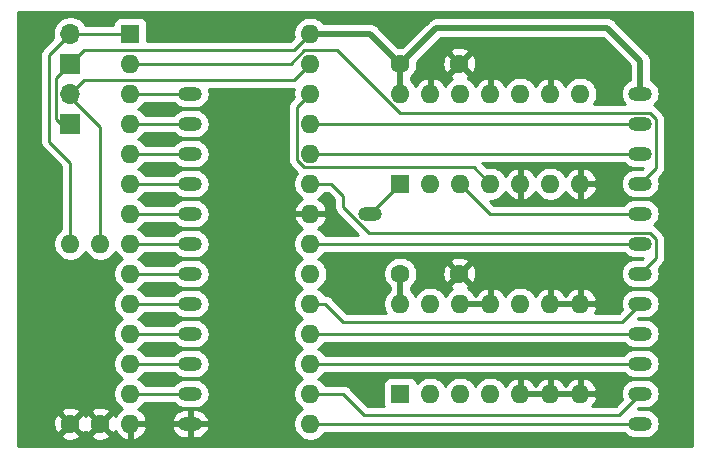
<source format=gbr>
%TF.GenerationSoftware,KiCad,Pcbnew,(5.1.9)-1*%
%TF.CreationDate,2021-07-20T08:15:42+01:00*%
%TF.ProjectId,romboard,726f6d62-6f61-4726-942e-6b696361645f,rev?*%
%TF.SameCoordinates,Original*%
%TF.FileFunction,Copper,L1,Top*%
%TF.FilePolarity,Positive*%
%FSLAX46Y46*%
G04 Gerber Fmt 4.6, Leading zero omitted, Abs format (unit mm)*
G04 Created by KiCad (PCBNEW (5.1.9)-1) date 2021-07-20 08:15:42*
%MOMM*%
%LPD*%
G01*
G04 APERTURE LIST*
%TA.AperFunction,ComponentPad*%
%ADD10C,1.600000*%
%TD*%
%TA.AperFunction,ComponentPad*%
%ADD11O,1.600000X1.600000*%
%TD*%
%TA.AperFunction,ComponentPad*%
%ADD12R,1.600000X1.600000*%
%TD*%
%TA.AperFunction,ComponentPad*%
%ADD13O,2.000000X1.200000*%
%TD*%
%TA.AperFunction,ComponentPad*%
%ADD14O,1.700000X1.700000*%
%TD*%
%TA.AperFunction,ComponentPad*%
%ADD15R,1.700000X1.700000*%
%TD*%
%TA.AperFunction,Conductor*%
%ADD16C,0.250000*%
%TD*%
%TA.AperFunction,Conductor*%
%ADD17C,0.500000*%
%TD*%
%TA.AperFunction,Conductor*%
%ADD18C,0.254000*%
%TD*%
%TA.AperFunction,Conductor*%
%ADD19C,0.100000*%
%TD*%
G04 APERTURE END LIST*
D10*
%TO.P,C2,2*%
%TO.N,GND*%
X121149120Y-83822540D03*
%TO.P,C2,1*%
%TO.N,VCC*%
X116149120Y-83822540D03*
%TD*%
%TO.P,C1,2*%
%TO.N,GND*%
X121149120Y-66042540D03*
%TO.P,C1,1*%
%TO.N,VCC*%
X116149120Y-66042540D03*
%TD*%
D11*
%TO.P,U5,28*%
%TO.N,VCC*%
X108529120Y-63502540D03*
%TO.P,U5,14*%
%TO.N,GND*%
X93289120Y-96522540D03*
%TO.P,U5,27*%
%TO.N,Net-(J1-Pad2)*%
X108529120Y-66042540D03*
%TO.P,U5,13*%
%TO.N,/D2*%
X93289120Y-93982540D03*
%TO.P,U5,26*%
%TO.N,Net-(U1-Pad4)*%
X108529120Y-68582540D03*
%TO.P,U5,12*%
%TO.N,/D1*%
X93289120Y-91442540D03*
%TO.P,U5,25*%
%TO.N,/A8*%
X108529120Y-71122540D03*
%TO.P,U5,11*%
%TO.N,/D0*%
X93289120Y-88902540D03*
%TO.P,U5,24*%
%TO.N,/A9*%
X108529120Y-73662540D03*
%TO.P,U5,10*%
%TO.N,/A0*%
X93289120Y-86362540D03*
%TO.P,U5,23*%
%TO.N,/A11*%
X108529120Y-76202540D03*
%TO.P,U5,9*%
%TO.N,/A1*%
X93289120Y-83822540D03*
%TO.P,U5,22*%
%TO.N,GND*%
X108529120Y-78742540D03*
%TO.P,U5,8*%
%TO.N,/A2*%
X93289120Y-81282540D03*
%TO.P,U5,21*%
%TO.N,/A10*%
X108529120Y-81282540D03*
%TO.P,U5,7*%
%TO.N,/A3*%
X93289120Y-78742540D03*
%TO.P,U5,20*%
%TO.N,Net-(U2-Pad1)*%
X108529120Y-83822540D03*
%TO.P,U5,6*%
%TO.N,/A4*%
X93289120Y-76202540D03*
%TO.P,U5,19*%
%TO.N,/D7*%
X108529120Y-86362540D03*
%TO.P,U5,5*%
%TO.N,/A5*%
X93289120Y-73662540D03*
%TO.P,U5,18*%
%TO.N,/D6*%
X108529120Y-88902540D03*
%TO.P,U5,4*%
%TO.N,/A6*%
X93289120Y-71122540D03*
%TO.P,U5,17*%
%TO.N,/D5*%
X108529120Y-91442540D03*
%TO.P,U5,3*%
%TO.N,/A7*%
X93289120Y-68582540D03*
%TO.P,U5,16*%
%TO.N,/D4*%
X108529120Y-93982540D03*
%TO.P,U5,2*%
%TO.N,/A12*%
X93289120Y-66042540D03*
%TO.P,U5,15*%
%TO.N,/D3*%
X108529120Y-96522540D03*
D12*
%TO.P,U5,1*%
%TO.N,Net-(J2-Pad2)*%
X93289120Y-63502540D03*
%TD*%
D13*
%TO.P,U4,12*%
%TO.N,GND*%
X98369120Y-96532540D03*
%TO.P,U4,11*%
%TO.N,/D2*%
X98369120Y-93992540D03*
%TO.P,U4,10*%
%TO.N,/D1*%
X98369120Y-91452540D03*
%TO.P,U4,9*%
%TO.N,/D0*%
X98369120Y-88912540D03*
%TO.P,U4,8*%
%TO.N,/A0*%
X98369120Y-86372540D03*
%TO.P,U4,7*%
%TO.N,/A1*%
X98369120Y-83832540D03*
%TO.P,U4,6*%
%TO.N,/A2*%
X98369120Y-81292540D03*
%TO.P,U4,5*%
%TO.N,/A3*%
X98369120Y-78752540D03*
%TO.P,U4,20*%
%TO.N,Net-(U1-Pad1)*%
X113609120Y-78752540D03*
%TO.P,U4,4*%
%TO.N,/A4*%
X98369120Y-76212540D03*
%TO.P,U4,3*%
%TO.N,/A5*%
X98369120Y-73672540D03*
%TO.P,U4,2*%
%TO.N,/A6*%
X98369120Y-71132540D03*
%TO.P,U4,1*%
%TO.N,/A7*%
X98369120Y-68592540D03*
%TD*%
%TO.P,U3,13*%
%TO.N,/D3*%
X136469120Y-96512540D03*
%TO.P,U3,14*%
%TO.N,/D4*%
X136469120Y-93972540D03*
%TO.P,U3,15*%
%TO.N,/D5*%
X136469120Y-91432540D03*
%TO.P,U3,16*%
%TO.N,/D6*%
X136469120Y-88892540D03*
%TO.P,U3,17*%
%TO.N,/D7*%
X136469120Y-86352540D03*
%TO.P,U3,18*%
%TO.N,/A11*%
X136469120Y-83812540D03*
%TO.P,U3,19*%
%TO.N,/A10*%
X136469120Y-81272540D03*
%TO.P,U3,20*%
%TO.N,Net-(U1-Pad3)*%
X136469120Y-78732540D03*
%TO.P,U3,21*%
%TO.N,/A12*%
X136469120Y-76192540D03*
%TO.P,U3,22*%
%TO.N,/A9*%
X136469120Y-73652540D03*
%TO.P,U3,23*%
%TO.N,/A8*%
X136469120Y-71112540D03*
%TO.P,U3,24*%
%TO.N,VCC*%
X136469120Y-68572540D03*
%TD*%
D11*
%TO.P,U2,14*%
%TO.N,VCC*%
X116149120Y-86362540D03*
%TO.P,U2,7*%
%TO.N,GND*%
X131389120Y-93982540D03*
%TO.P,U2,13*%
%TO.N,Net-(U2-Pad13)*%
X118689120Y-86362540D03*
%TO.P,U2,6*%
%TO.N,GND*%
X128849120Y-93982540D03*
%TO.P,U2,12*%
X121229120Y-86362540D03*
%TO.P,U2,5*%
X126309120Y-93982540D03*
%TO.P,U2,11*%
X123769120Y-86362540D03*
%TO.P,U2,4*%
%TO.N,Net-(U2-Pad4)*%
X123769120Y-93982540D03*
%TO.P,U2,10*%
%TO.N,Net-(U2-Pad10)*%
X126309120Y-86362540D03*
%TO.P,U2,3*%
%TO.N,Net-(U1-Pad4)*%
X121229120Y-93982540D03*
%TO.P,U2,9*%
%TO.N,GND*%
X128849120Y-86362540D03*
%TO.P,U2,2*%
%TO.N,Net-(U1-Pad2)*%
X118689120Y-93982540D03*
%TO.P,U2,8*%
%TO.N,GND*%
X131389120Y-86362540D03*
D12*
%TO.P,U2,1*%
%TO.N,Net-(U2-Pad1)*%
X116149120Y-93982540D03*
%TD*%
D11*
%TO.P,U1,14*%
%TO.N,VCC*%
X116149120Y-68582540D03*
%TO.P,U1,7*%
%TO.N,GND*%
X131389120Y-76202540D03*
%TO.P,U1,13*%
X118689120Y-68582540D03*
%TO.P,U1,6*%
%TO.N,Net-(U1-Pad6)*%
X128849120Y-76202540D03*
%TO.P,U1,12*%
%TO.N,Net-(U1-Pad12)*%
X121229120Y-68582540D03*
%TO.P,U1,5*%
%TO.N,GND*%
X126309120Y-76202540D03*
%TO.P,U1,11*%
X123769120Y-68582540D03*
%TO.P,U1,4*%
%TO.N,Net-(U1-Pad4)*%
X123769120Y-76202540D03*
%TO.P,U1,10*%
%TO.N,Net-(U1-Pad10)*%
X126309120Y-68582540D03*
%TO.P,U1,3*%
%TO.N,Net-(U1-Pad3)*%
X121229120Y-76202540D03*
%TO.P,U1,9*%
%TO.N,GND*%
X128849120Y-68582540D03*
%TO.P,U1,2*%
%TO.N,Net-(U1-Pad2)*%
X118689120Y-76202540D03*
%TO.P,U1,8*%
%TO.N,Net-(U1-Pad8)*%
X131389120Y-68582540D03*
D12*
%TO.P,U1,1*%
%TO.N,Net-(U1-Pad1)*%
X116149120Y-76202540D03*
%TD*%
D11*
%TO.P,R2,2*%
%TO.N,Net-(J2-Pad2)*%
X88209120Y-81282540D03*
D10*
%TO.P,R2,1*%
%TO.N,GND*%
X88209120Y-96522540D03*
%TD*%
D11*
%TO.P,R1,2*%
%TO.N,Net-(J1-Pad2)*%
X90749120Y-81282540D03*
D10*
%TO.P,R1,1*%
%TO.N,GND*%
X90749120Y-96522540D03*
%TD*%
D14*
%TO.P,A15,2*%
%TO.N,Net-(J2-Pad2)*%
X88209120Y-63502540D03*
D15*
%TO.P,A15,1*%
%TO.N,VCC*%
X88209120Y-66042540D03*
%TD*%
D14*
%TO.P,A14,2*%
%TO.N,Net-(J1-Pad2)*%
X88209120Y-68582540D03*
D15*
%TO.P,A14,1*%
%TO.N,VCC*%
X88209120Y-71122540D03*
%TD*%
D16*
%TO.N,GND*%
X98359120Y-96522540D02*
X98369120Y-96532540D01*
X93289120Y-96522540D02*
X98359120Y-96522540D01*
%TO.N,VCC*%
X107114121Y-64917539D02*
X108529120Y-63502540D01*
X89334121Y-64917539D02*
X107114121Y-64917539D01*
X88209120Y-66042540D02*
X89334121Y-64917539D01*
X88209120Y-71122540D02*
X87447120Y-71122540D01*
X87034119Y-67217541D02*
X88209120Y-66042540D01*
X87034119Y-70709539D02*
X87034119Y-67217541D01*
X87447120Y-71122540D02*
X87034119Y-70709539D01*
D17*
X136469120Y-68572540D02*
X136469120Y-65788540D01*
X136469120Y-65788540D02*
X133675120Y-62994540D01*
X119197120Y-62994540D02*
X116149120Y-66042540D01*
X133675120Y-62994540D02*
X119197120Y-62994540D01*
X113609120Y-63502540D02*
X116149120Y-66042540D01*
X108529120Y-63502540D02*
X113609120Y-63502540D01*
X116149120Y-66042540D02*
X116149120Y-68582540D01*
X116149120Y-83822540D02*
X116149120Y-86362540D01*
D16*
%TO.N,Net-(J1-Pad2)*%
X107114121Y-67457539D02*
X108529120Y-66042540D01*
X89334121Y-67457539D02*
X107114121Y-67457539D01*
X88209120Y-68582540D02*
X89334121Y-67457539D01*
X88209120Y-68837538D02*
X88209120Y-68582540D01*
X90749120Y-71377538D02*
X88209120Y-68837538D01*
X90749120Y-81282540D02*
X90749120Y-71377538D01*
%TO.N,Net-(J2-Pad2)*%
X88209120Y-63502540D02*
X93289120Y-63502540D01*
X88209120Y-81282540D02*
X88209120Y-74424540D01*
X88209120Y-74424540D02*
X86431120Y-72646540D01*
X86431120Y-65280540D02*
X88209120Y-63502540D01*
X86431120Y-72646540D02*
X86431120Y-65280540D01*
%TO.N,Net-(U1-Pad4)*%
X107404119Y-69707541D02*
X108529120Y-68582540D01*
X107404119Y-74202541D02*
X107404119Y-69707541D01*
X122354121Y-74787541D02*
X107989119Y-74787541D01*
X107989119Y-74787541D02*
X107404119Y-74202541D01*
X123769120Y-76202540D02*
X122354121Y-74787541D01*
%TO.N,Net-(U1-Pad3)*%
X123759120Y-78732540D02*
X121229120Y-76202540D01*
X136469120Y-78732540D02*
X123759120Y-78732540D01*
%TO.N,Net-(U1-Pad1)*%
X113609120Y-78742540D02*
X116149120Y-76202540D01*
X113609120Y-78752540D02*
X113609120Y-78742540D01*
%TO.N,/A8*%
X136459120Y-71122540D02*
X136469120Y-71112540D01*
X108529120Y-71122540D02*
X136459120Y-71122540D01*
%TO.N,/A9*%
X136459120Y-73662540D02*
X136469120Y-73652540D01*
X108529120Y-73662540D02*
X136459120Y-73662540D01*
%TO.N,/A12*%
X137794130Y-74867530D02*
X136469120Y-76192540D01*
X137794130Y-70729389D02*
X137794130Y-74867530D01*
X137252271Y-70187530D02*
X137794130Y-70729389D01*
X116089108Y-70187530D02*
X137252271Y-70187530D01*
X110819117Y-64917539D02*
X116089108Y-70187530D01*
X107989119Y-64917539D02*
X110819117Y-64917539D01*
X106864118Y-66042540D02*
X107989119Y-64917539D01*
X93289120Y-66042540D02*
X106864118Y-66042540D01*
%TO.N,/A10*%
X136459120Y-81282540D02*
X136469120Y-81272540D01*
X108529120Y-81282540D02*
X136459120Y-81282540D01*
%TO.N,/A11*%
X108529120Y-76202540D02*
X110307120Y-76202540D01*
X110307120Y-76202540D02*
X111323120Y-77218540D01*
X137794130Y-82487530D02*
X136469120Y-83812540D01*
X137794130Y-80889389D02*
X137794130Y-82487530D01*
X137252271Y-80347530D02*
X137794130Y-80889389D01*
X113495949Y-80347530D02*
X137252271Y-80347530D01*
X111323120Y-78174701D02*
X113495949Y-80347530D01*
X111323120Y-77218540D02*
X111323120Y-78174701D01*
%TO.N,/D7*%
X108529120Y-86362540D02*
X109799120Y-86362540D01*
X109799120Y-86362540D02*
X111323120Y-87886540D01*
X134935120Y-87886540D02*
X136469120Y-86352540D01*
X111323120Y-87886540D02*
X134935120Y-87886540D01*
%TO.N,/D6*%
X136459120Y-88902540D02*
X136469120Y-88892540D01*
X108529120Y-88902540D02*
X136459120Y-88902540D01*
%TO.N,/D5*%
X136459120Y-91442540D02*
X136469120Y-91432540D01*
X108529120Y-91442540D02*
X136459120Y-91442540D01*
%TO.N,/D4*%
X108529120Y-93982540D02*
X111323120Y-93982540D01*
X111323120Y-93982540D02*
X113101120Y-95760540D01*
X134681120Y-95760540D02*
X136469120Y-93972540D01*
X113101120Y-95760540D02*
X134681120Y-95760540D01*
%TO.N,/D3*%
X136459120Y-96522540D02*
X136469120Y-96512540D01*
X108529120Y-96522540D02*
X136459120Y-96522540D01*
%TO.N,/D2*%
X98359120Y-93982540D02*
X98369120Y-93992540D01*
X93289120Y-93982540D02*
X98359120Y-93982540D01*
%TO.N,/D0*%
X93289120Y-88902540D02*
X98369120Y-88902540D01*
X98369120Y-88902540D02*
X98369120Y-88912540D01*
%TO.N,/A0*%
X98359120Y-86362540D02*
X98369120Y-86372540D01*
X93289120Y-86362540D02*
X98359120Y-86362540D01*
%TO.N,/A1*%
X98359120Y-83822540D02*
X98369120Y-83832540D01*
X93289120Y-83822540D02*
X98359120Y-83822540D01*
%TO.N,/A2*%
X98359120Y-81282540D02*
X98369120Y-81292540D01*
X93289120Y-81282540D02*
X98359120Y-81282540D01*
%TO.N,/A3*%
X98359120Y-78742540D02*
X98369120Y-78752540D01*
X93289120Y-78742540D02*
X98359120Y-78742540D01*
%TO.N,/A4*%
X93289120Y-76202540D02*
X98369120Y-76202540D01*
%TO.N,/A5*%
X93289120Y-73662540D02*
X98369120Y-73662540D01*
%TO.N,/A6*%
X98359120Y-71122540D02*
X98369120Y-71132540D01*
X93289120Y-71122540D02*
X98359120Y-71122540D01*
%TO.N,/A7*%
X98359120Y-68582540D02*
X98369120Y-68592540D01*
X93289120Y-68582540D02*
X98359120Y-68582540D01*
%TO.N,/D1*%
X98359120Y-91442540D02*
X98369120Y-91452540D01*
X93289120Y-91442540D02*
X98359120Y-91442540D01*
%TD*%
D18*
%TO.N,GND*%
X140864121Y-98377540D02*
X83814120Y-98377540D01*
X83814120Y-97515242D01*
X87396023Y-97515242D01*
X87467606Y-97759211D01*
X87723116Y-97880111D01*
X87997304Y-97948840D01*
X88279632Y-97962757D01*
X88559250Y-97921327D01*
X88825412Y-97826143D01*
X88950634Y-97759211D01*
X89022217Y-97515242D01*
X89936023Y-97515242D01*
X90007606Y-97759211D01*
X90263116Y-97880111D01*
X90537304Y-97948840D01*
X90819632Y-97962757D01*
X91099250Y-97921327D01*
X91365412Y-97826143D01*
X91490634Y-97759211D01*
X91562217Y-97515242D01*
X90749120Y-96702145D01*
X89936023Y-97515242D01*
X89022217Y-97515242D01*
X88209120Y-96702145D01*
X87396023Y-97515242D01*
X83814120Y-97515242D01*
X83814120Y-96593052D01*
X86768903Y-96593052D01*
X86810333Y-96872670D01*
X86905517Y-97138832D01*
X86972449Y-97264054D01*
X87216418Y-97335637D01*
X88029515Y-96522540D01*
X88388725Y-96522540D01*
X89201822Y-97335637D01*
X89445791Y-97264054D01*
X89477091Y-97197904D01*
X89512449Y-97264054D01*
X89756418Y-97335637D01*
X90569515Y-96522540D01*
X89756418Y-95709443D01*
X89512449Y-95781026D01*
X89481149Y-95847176D01*
X89445791Y-95781026D01*
X89201822Y-95709443D01*
X88388725Y-96522540D01*
X88029515Y-96522540D01*
X87216418Y-95709443D01*
X86972449Y-95781026D01*
X86851549Y-96036536D01*
X86782820Y-96310724D01*
X86768903Y-96593052D01*
X83814120Y-96593052D01*
X83814120Y-95529838D01*
X87396023Y-95529838D01*
X88209120Y-96342935D01*
X89022217Y-95529838D01*
X89936023Y-95529838D01*
X90749120Y-96342935D01*
X91562217Y-95529838D01*
X91490634Y-95285869D01*
X91235124Y-95164969D01*
X90960936Y-95096240D01*
X90678608Y-95082323D01*
X90398990Y-95123753D01*
X90132828Y-95218937D01*
X90007606Y-95285869D01*
X89936023Y-95529838D01*
X89022217Y-95529838D01*
X88950634Y-95285869D01*
X88695124Y-95164969D01*
X88420936Y-95096240D01*
X88138608Y-95082323D01*
X87858990Y-95123753D01*
X87592828Y-95218937D01*
X87467606Y-95285869D01*
X87396023Y-95529838D01*
X83814120Y-95529838D01*
X83814120Y-65280540D01*
X85667444Y-65280540D01*
X85671121Y-65317872D01*
X85671120Y-72609218D01*
X85667444Y-72646540D01*
X85671120Y-72683862D01*
X85671120Y-72683872D01*
X85682117Y-72795525D01*
X85710431Y-72888864D01*
X85725574Y-72938786D01*
X85796146Y-73070816D01*
X85810857Y-73088741D01*
X85891119Y-73186541D01*
X85920123Y-73210344D01*
X87449121Y-74739343D01*
X87449120Y-80064496D01*
X87294361Y-80167903D01*
X87094483Y-80367781D01*
X86937440Y-80602813D01*
X86829267Y-80863966D01*
X86774120Y-81141205D01*
X86774120Y-81423875D01*
X86829267Y-81701114D01*
X86937440Y-81962267D01*
X87094483Y-82197299D01*
X87294361Y-82397177D01*
X87529393Y-82554220D01*
X87790546Y-82662393D01*
X88067785Y-82717540D01*
X88350455Y-82717540D01*
X88627694Y-82662393D01*
X88888847Y-82554220D01*
X89123879Y-82397177D01*
X89323757Y-82197299D01*
X89479120Y-81964781D01*
X89634483Y-82197299D01*
X89834361Y-82397177D01*
X90069393Y-82554220D01*
X90330546Y-82662393D01*
X90607785Y-82717540D01*
X90890455Y-82717540D01*
X91167694Y-82662393D01*
X91428847Y-82554220D01*
X91663879Y-82397177D01*
X91863757Y-82197299D01*
X92019120Y-81964781D01*
X92174483Y-82197299D01*
X92374361Y-82397177D01*
X92606879Y-82552540D01*
X92374361Y-82707903D01*
X92174483Y-82907781D01*
X92017440Y-83142813D01*
X91909267Y-83403966D01*
X91854120Y-83681205D01*
X91854120Y-83963875D01*
X91909267Y-84241114D01*
X92017440Y-84502267D01*
X92174483Y-84737299D01*
X92374361Y-84937177D01*
X92606879Y-85092540D01*
X92374361Y-85247903D01*
X92174483Y-85447781D01*
X92017440Y-85682813D01*
X91909267Y-85943966D01*
X91854120Y-86221205D01*
X91854120Y-86503875D01*
X91909267Y-86781114D01*
X92017440Y-87042267D01*
X92174483Y-87277299D01*
X92374361Y-87477177D01*
X92606879Y-87632540D01*
X92374361Y-87787903D01*
X92174483Y-87987781D01*
X92017440Y-88222813D01*
X91909267Y-88483966D01*
X91854120Y-88761205D01*
X91854120Y-89043875D01*
X91909267Y-89321114D01*
X92017440Y-89582267D01*
X92174483Y-89817299D01*
X92374361Y-90017177D01*
X92606879Y-90172540D01*
X92374361Y-90327903D01*
X92174483Y-90527781D01*
X92017440Y-90762813D01*
X91909267Y-91023966D01*
X91854120Y-91301205D01*
X91854120Y-91583875D01*
X91909267Y-91861114D01*
X92017440Y-92122267D01*
X92174483Y-92357299D01*
X92374361Y-92557177D01*
X92606879Y-92712540D01*
X92374361Y-92867903D01*
X92174483Y-93067781D01*
X92017440Y-93302813D01*
X91909267Y-93563966D01*
X91854120Y-93841205D01*
X91854120Y-94123875D01*
X91909267Y-94401114D01*
X92017440Y-94662267D01*
X92174483Y-94897299D01*
X92374361Y-95097177D01*
X92609393Y-95254220D01*
X92619985Y-95258607D01*
X92433989Y-95370155D01*
X92225601Y-95559126D01*
X92058083Y-95785120D01*
X92025184Y-95854726D01*
X91985791Y-95781026D01*
X91741822Y-95709443D01*
X90928725Y-96522540D01*
X91741822Y-97335637D01*
X91985791Y-97264054D01*
X92022925Y-97185575D01*
X92058083Y-97259960D01*
X92225601Y-97485954D01*
X92433989Y-97674925D01*
X92675239Y-97819610D01*
X92940080Y-97914449D01*
X93162120Y-97793164D01*
X93162120Y-96649540D01*
X93416120Y-96649540D01*
X93416120Y-97793164D01*
X93638160Y-97914449D01*
X93903001Y-97819610D01*
X94144251Y-97674925D01*
X94352639Y-97485954D01*
X94520157Y-97259960D01*
X94640366Y-97005627D01*
X94681024Y-96871579D01*
X94669251Y-96850149D01*
X96775658Y-96850149D01*
X96779529Y-96887822D01*
X96871699Y-97113073D01*
X97006042Y-97316014D01*
X97177395Y-97488847D01*
X97379174Y-97624930D01*
X97603624Y-97719033D01*
X97842120Y-97767540D01*
X98242120Y-97767540D01*
X98242120Y-96659540D01*
X98496120Y-96659540D01*
X98496120Y-97767540D01*
X98896120Y-97767540D01*
X99134616Y-97719033D01*
X99359066Y-97624930D01*
X99560845Y-97488847D01*
X99732198Y-97316014D01*
X99866541Y-97113073D01*
X99958711Y-96887822D01*
X99962582Y-96850149D01*
X99837851Y-96659540D01*
X98496120Y-96659540D01*
X98242120Y-96659540D01*
X96900389Y-96659540D01*
X96775658Y-96850149D01*
X94669251Y-96850149D01*
X94559035Y-96649540D01*
X93416120Y-96649540D01*
X93162120Y-96649540D01*
X93142120Y-96649540D01*
X93142120Y-96395540D01*
X93162120Y-96395540D01*
X93162120Y-96375540D01*
X93416120Y-96375540D01*
X93416120Y-96395540D01*
X94559035Y-96395540D01*
X94658262Y-96214931D01*
X96775658Y-96214931D01*
X96900389Y-96405540D01*
X98242120Y-96405540D01*
X98242120Y-95297540D01*
X98496120Y-95297540D01*
X98496120Y-96405540D01*
X99837851Y-96405540D01*
X99962582Y-96214931D01*
X99958711Y-96177258D01*
X99866541Y-95952007D01*
X99732198Y-95749066D01*
X99560845Y-95576233D01*
X99359066Y-95440150D01*
X99134616Y-95346047D01*
X98896120Y-95297540D01*
X98496120Y-95297540D01*
X98242120Y-95297540D01*
X97842120Y-95297540D01*
X97603624Y-95346047D01*
X97379174Y-95440150D01*
X97177395Y-95576233D01*
X97006042Y-95749066D01*
X96871699Y-95952007D01*
X96779529Y-96177258D01*
X96775658Y-96214931D01*
X94658262Y-96214931D01*
X94681024Y-96173501D01*
X94640366Y-96039453D01*
X94520157Y-95785120D01*
X94352639Y-95559126D01*
X94144251Y-95370155D01*
X93958255Y-95258607D01*
X93968847Y-95254220D01*
X94203879Y-95097177D01*
X94403757Y-94897299D01*
X94507163Y-94742540D01*
X96986980Y-94742540D01*
X97091618Y-94870042D01*
X97279671Y-95024373D01*
X97494219Y-95139051D01*
X97727018Y-95209670D01*
X97908455Y-95227540D01*
X98829785Y-95227540D01*
X99011222Y-95209670D01*
X99244021Y-95139051D01*
X99458569Y-95024373D01*
X99646622Y-94870042D01*
X99800953Y-94681989D01*
X99915631Y-94467441D01*
X99986250Y-94234642D01*
X100010095Y-93992540D01*
X99986250Y-93750438D01*
X99915631Y-93517639D01*
X99800953Y-93303091D01*
X99646622Y-93115038D01*
X99458569Y-92960707D01*
X99244021Y-92846029D01*
X99011222Y-92775410D01*
X98829785Y-92757540D01*
X97908455Y-92757540D01*
X97727018Y-92775410D01*
X97494219Y-92846029D01*
X97279671Y-92960707D01*
X97091618Y-93115038D01*
X97003393Y-93222540D01*
X94507163Y-93222540D01*
X94403757Y-93067781D01*
X94203879Y-92867903D01*
X93971361Y-92712540D01*
X94203879Y-92557177D01*
X94403757Y-92357299D01*
X94507163Y-92202540D01*
X96986980Y-92202540D01*
X97091618Y-92330042D01*
X97279671Y-92484373D01*
X97494219Y-92599051D01*
X97727018Y-92669670D01*
X97908455Y-92687540D01*
X98829785Y-92687540D01*
X99011222Y-92669670D01*
X99244021Y-92599051D01*
X99458569Y-92484373D01*
X99646622Y-92330042D01*
X99800953Y-92141989D01*
X99915631Y-91927441D01*
X99986250Y-91694642D01*
X100010095Y-91452540D01*
X99986250Y-91210438D01*
X99915631Y-90977639D01*
X99800953Y-90763091D01*
X99646622Y-90575038D01*
X99458569Y-90420707D01*
X99244021Y-90306029D01*
X99011222Y-90235410D01*
X98829785Y-90217540D01*
X97908455Y-90217540D01*
X97727018Y-90235410D01*
X97494219Y-90306029D01*
X97279671Y-90420707D01*
X97091618Y-90575038D01*
X97003393Y-90682540D01*
X94507163Y-90682540D01*
X94403757Y-90527781D01*
X94203879Y-90327903D01*
X93971361Y-90172540D01*
X94203879Y-90017177D01*
X94403757Y-89817299D01*
X94507163Y-89662540D01*
X96986980Y-89662540D01*
X97091618Y-89790042D01*
X97279671Y-89944373D01*
X97494219Y-90059051D01*
X97727018Y-90129670D01*
X97908455Y-90147540D01*
X98829785Y-90147540D01*
X99011222Y-90129670D01*
X99244021Y-90059051D01*
X99458569Y-89944373D01*
X99646622Y-89790042D01*
X99800953Y-89601989D01*
X99915631Y-89387441D01*
X99986250Y-89154642D01*
X100010095Y-88912540D01*
X99986250Y-88670438D01*
X99915631Y-88437639D01*
X99800953Y-88223091D01*
X99646622Y-88035038D01*
X99458569Y-87880707D01*
X99244021Y-87766029D01*
X99011222Y-87695410D01*
X98829785Y-87677540D01*
X97908455Y-87677540D01*
X97727018Y-87695410D01*
X97494219Y-87766029D01*
X97279671Y-87880707D01*
X97091618Y-88035038D01*
X97003393Y-88142540D01*
X94507163Y-88142540D01*
X94403757Y-87987781D01*
X94203879Y-87787903D01*
X93971361Y-87632540D01*
X94203879Y-87477177D01*
X94403757Y-87277299D01*
X94507163Y-87122540D01*
X96986980Y-87122540D01*
X97091618Y-87250042D01*
X97279671Y-87404373D01*
X97494219Y-87519051D01*
X97727018Y-87589670D01*
X97908455Y-87607540D01*
X98829785Y-87607540D01*
X99011222Y-87589670D01*
X99244021Y-87519051D01*
X99458569Y-87404373D01*
X99646622Y-87250042D01*
X99800953Y-87061989D01*
X99915631Y-86847441D01*
X99986250Y-86614642D01*
X100010095Y-86372540D01*
X99986250Y-86130438D01*
X99915631Y-85897639D01*
X99800953Y-85683091D01*
X99646622Y-85495038D01*
X99458569Y-85340707D01*
X99244021Y-85226029D01*
X99011222Y-85155410D01*
X98829785Y-85137540D01*
X97908455Y-85137540D01*
X97727018Y-85155410D01*
X97494219Y-85226029D01*
X97279671Y-85340707D01*
X97091618Y-85495038D01*
X97003393Y-85602540D01*
X94507163Y-85602540D01*
X94403757Y-85447781D01*
X94203879Y-85247903D01*
X93971361Y-85092540D01*
X94203879Y-84937177D01*
X94403757Y-84737299D01*
X94507163Y-84582540D01*
X96986980Y-84582540D01*
X97091618Y-84710042D01*
X97279671Y-84864373D01*
X97494219Y-84979051D01*
X97727018Y-85049670D01*
X97908455Y-85067540D01*
X98829785Y-85067540D01*
X99011222Y-85049670D01*
X99244021Y-84979051D01*
X99458569Y-84864373D01*
X99646622Y-84710042D01*
X99800953Y-84521989D01*
X99915631Y-84307441D01*
X99986250Y-84074642D01*
X100010095Y-83832540D01*
X99986250Y-83590438D01*
X99915631Y-83357639D01*
X99800953Y-83143091D01*
X99646622Y-82955038D01*
X99458569Y-82800707D01*
X99244021Y-82686029D01*
X99011222Y-82615410D01*
X98829785Y-82597540D01*
X97908455Y-82597540D01*
X97727018Y-82615410D01*
X97494219Y-82686029D01*
X97279671Y-82800707D01*
X97091618Y-82955038D01*
X97003393Y-83062540D01*
X94507163Y-83062540D01*
X94403757Y-82907781D01*
X94203879Y-82707903D01*
X93971361Y-82552540D01*
X94203879Y-82397177D01*
X94403757Y-82197299D01*
X94507163Y-82042540D01*
X96986980Y-82042540D01*
X97091618Y-82170042D01*
X97279671Y-82324373D01*
X97494219Y-82439051D01*
X97727018Y-82509670D01*
X97908455Y-82527540D01*
X98829785Y-82527540D01*
X99011222Y-82509670D01*
X99244021Y-82439051D01*
X99458569Y-82324373D01*
X99646622Y-82170042D01*
X99800953Y-81981989D01*
X99915631Y-81767441D01*
X99986250Y-81534642D01*
X100010095Y-81292540D01*
X99986250Y-81050438D01*
X99915631Y-80817639D01*
X99800953Y-80603091D01*
X99646622Y-80415038D01*
X99458569Y-80260707D01*
X99244021Y-80146029D01*
X99011222Y-80075410D01*
X98829785Y-80057540D01*
X97908455Y-80057540D01*
X97727018Y-80075410D01*
X97494219Y-80146029D01*
X97279671Y-80260707D01*
X97091618Y-80415038D01*
X97003393Y-80522540D01*
X94507163Y-80522540D01*
X94403757Y-80367781D01*
X94203879Y-80167903D01*
X93971361Y-80012540D01*
X94203879Y-79857177D01*
X94403757Y-79657299D01*
X94507163Y-79502540D01*
X96986980Y-79502540D01*
X97091618Y-79630042D01*
X97279671Y-79784373D01*
X97494219Y-79899051D01*
X97727018Y-79969670D01*
X97908455Y-79987540D01*
X98829785Y-79987540D01*
X99011222Y-79969670D01*
X99244021Y-79899051D01*
X99458569Y-79784373D01*
X99646622Y-79630042D01*
X99800953Y-79441989D01*
X99915631Y-79227441D01*
X99986250Y-78994642D01*
X100010095Y-78752540D01*
X99986250Y-78510438D01*
X99915631Y-78277639D01*
X99800953Y-78063091D01*
X99646622Y-77875038D01*
X99458569Y-77720707D01*
X99244021Y-77606029D01*
X99011222Y-77535410D01*
X98829785Y-77517540D01*
X97908455Y-77517540D01*
X97727018Y-77535410D01*
X97494219Y-77606029D01*
X97279671Y-77720707D01*
X97091618Y-77875038D01*
X97003393Y-77982540D01*
X94507163Y-77982540D01*
X94403757Y-77827781D01*
X94203879Y-77627903D01*
X93971361Y-77472540D01*
X94203879Y-77317177D01*
X94403757Y-77117299D01*
X94507163Y-76962540D01*
X96986980Y-76962540D01*
X97091618Y-77090042D01*
X97279671Y-77244373D01*
X97494219Y-77359051D01*
X97727018Y-77429670D01*
X97908455Y-77447540D01*
X98829785Y-77447540D01*
X99011222Y-77429670D01*
X99244021Y-77359051D01*
X99458569Y-77244373D01*
X99646622Y-77090042D01*
X99800953Y-76901989D01*
X99915631Y-76687441D01*
X99986250Y-76454642D01*
X100010095Y-76212540D01*
X99986250Y-75970438D01*
X99915631Y-75737639D01*
X99800953Y-75523091D01*
X99646622Y-75335038D01*
X99458569Y-75180707D01*
X99244021Y-75066029D01*
X99011222Y-74995410D01*
X98829785Y-74977540D01*
X97908455Y-74977540D01*
X97727018Y-74995410D01*
X97494219Y-75066029D01*
X97279671Y-75180707D01*
X97091618Y-75335038D01*
X97003393Y-75442540D01*
X94507163Y-75442540D01*
X94403757Y-75287781D01*
X94203879Y-75087903D01*
X93971361Y-74932540D01*
X94203879Y-74777177D01*
X94403757Y-74577299D01*
X94507163Y-74422540D01*
X96986980Y-74422540D01*
X97091618Y-74550042D01*
X97279671Y-74704373D01*
X97494219Y-74819051D01*
X97727018Y-74889670D01*
X97908455Y-74907540D01*
X98829785Y-74907540D01*
X99011222Y-74889670D01*
X99244021Y-74819051D01*
X99458569Y-74704373D01*
X99646622Y-74550042D01*
X99800953Y-74361989D01*
X99915631Y-74147441D01*
X99986250Y-73914642D01*
X100010095Y-73672540D01*
X99986250Y-73430438D01*
X99915631Y-73197639D01*
X99800953Y-72983091D01*
X99646622Y-72795038D01*
X99458569Y-72640707D01*
X99244021Y-72526029D01*
X99011222Y-72455410D01*
X98829785Y-72437540D01*
X97908455Y-72437540D01*
X97727018Y-72455410D01*
X97494219Y-72526029D01*
X97279671Y-72640707D01*
X97091618Y-72795038D01*
X97003393Y-72902540D01*
X94507163Y-72902540D01*
X94403757Y-72747781D01*
X94203879Y-72547903D01*
X93971361Y-72392540D01*
X94203879Y-72237177D01*
X94403757Y-72037299D01*
X94507163Y-71882540D01*
X96986980Y-71882540D01*
X97091618Y-72010042D01*
X97279671Y-72164373D01*
X97494219Y-72279051D01*
X97727018Y-72349670D01*
X97908455Y-72367540D01*
X98829785Y-72367540D01*
X99011222Y-72349670D01*
X99244021Y-72279051D01*
X99458569Y-72164373D01*
X99646622Y-72010042D01*
X99800953Y-71821989D01*
X99915631Y-71607441D01*
X99986250Y-71374642D01*
X100010095Y-71132540D01*
X99986250Y-70890438D01*
X99915631Y-70657639D01*
X99800953Y-70443091D01*
X99646622Y-70255038D01*
X99458569Y-70100707D01*
X99244021Y-69986029D01*
X99011222Y-69915410D01*
X98829785Y-69897540D01*
X97908455Y-69897540D01*
X97727018Y-69915410D01*
X97494219Y-69986029D01*
X97279671Y-70100707D01*
X97091618Y-70255038D01*
X97003393Y-70362540D01*
X94507163Y-70362540D01*
X94403757Y-70207781D01*
X94203879Y-70007903D01*
X93971361Y-69852540D01*
X94203879Y-69697177D01*
X94403757Y-69497299D01*
X94507163Y-69342540D01*
X96986980Y-69342540D01*
X97091618Y-69470042D01*
X97279671Y-69624373D01*
X97494219Y-69739051D01*
X97727018Y-69809670D01*
X97908455Y-69827540D01*
X98829785Y-69827540D01*
X99011222Y-69809670D01*
X99244021Y-69739051D01*
X99458569Y-69624373D01*
X99646622Y-69470042D01*
X99800953Y-69281989D01*
X99915631Y-69067441D01*
X99986250Y-68834642D01*
X100010095Y-68592540D01*
X99986250Y-68350438D01*
X99945935Y-68217539D01*
X107076799Y-68217539D01*
X107114121Y-68221215D01*
X107138354Y-68218828D01*
X107094120Y-68441205D01*
X107094120Y-68723875D01*
X107130432Y-68906427D01*
X106893117Y-69143742D01*
X106864119Y-69167540D01*
X106840321Y-69196538D01*
X106840320Y-69196539D01*
X106769145Y-69283265D01*
X106698573Y-69415295D01*
X106681217Y-69472512D01*
X106655117Y-69558555D01*
X106646433Y-69646728D01*
X106640443Y-69707541D01*
X106644120Y-69744873D01*
X106644119Y-74165218D01*
X106640443Y-74202541D01*
X106644119Y-74239863D01*
X106644119Y-74239873D01*
X106655116Y-74351526D01*
X106677773Y-74426216D01*
X106698573Y-74494787D01*
X106769145Y-74626817D01*
X106808990Y-74675367D01*
X106864118Y-74742542D01*
X106893121Y-74766344D01*
X107414520Y-75287744D01*
X107414483Y-75287781D01*
X107257440Y-75522813D01*
X107149267Y-75783966D01*
X107094120Y-76061205D01*
X107094120Y-76343875D01*
X107149267Y-76621114D01*
X107257440Y-76882267D01*
X107414483Y-77117299D01*
X107614361Y-77317177D01*
X107849393Y-77474220D01*
X107859985Y-77478607D01*
X107673989Y-77590155D01*
X107465601Y-77779126D01*
X107298083Y-78005120D01*
X107177874Y-78259453D01*
X107137216Y-78393501D01*
X107259205Y-78615540D01*
X108402120Y-78615540D01*
X108402120Y-78595540D01*
X108656120Y-78595540D01*
X108656120Y-78615540D01*
X109799035Y-78615540D01*
X109921024Y-78393501D01*
X109880366Y-78259453D01*
X109760157Y-78005120D01*
X109592639Y-77779126D01*
X109384251Y-77590155D01*
X109198255Y-77478607D01*
X109208847Y-77474220D01*
X109443879Y-77317177D01*
X109643757Y-77117299D01*
X109747163Y-76962540D01*
X109992319Y-76962540D01*
X110563120Y-77533342D01*
X110563121Y-78137369D01*
X110559444Y-78174701D01*
X110563121Y-78212034D01*
X110574118Y-78323687D01*
X110587300Y-78367143D01*
X110617574Y-78466947D01*
X110688146Y-78598977D01*
X110759321Y-78685703D01*
X110783120Y-78714702D01*
X110812118Y-78738500D01*
X112596157Y-80522540D01*
X109747163Y-80522540D01*
X109643757Y-80367781D01*
X109443879Y-80167903D01*
X109208847Y-80010860D01*
X109198255Y-80006473D01*
X109384251Y-79894925D01*
X109592639Y-79705954D01*
X109760157Y-79479960D01*
X109880366Y-79225627D01*
X109921024Y-79091579D01*
X109799035Y-78869540D01*
X108656120Y-78869540D01*
X108656120Y-78889540D01*
X108402120Y-78889540D01*
X108402120Y-78869540D01*
X107259205Y-78869540D01*
X107137216Y-79091579D01*
X107177874Y-79225627D01*
X107298083Y-79479960D01*
X107465601Y-79705954D01*
X107673989Y-79894925D01*
X107859985Y-80006473D01*
X107849393Y-80010860D01*
X107614361Y-80167903D01*
X107414483Y-80367781D01*
X107257440Y-80602813D01*
X107149267Y-80863966D01*
X107094120Y-81141205D01*
X107094120Y-81423875D01*
X107149267Y-81701114D01*
X107257440Y-81962267D01*
X107414483Y-82197299D01*
X107614361Y-82397177D01*
X107846879Y-82552540D01*
X107614361Y-82707903D01*
X107414483Y-82907781D01*
X107257440Y-83142813D01*
X107149267Y-83403966D01*
X107094120Y-83681205D01*
X107094120Y-83963875D01*
X107149267Y-84241114D01*
X107257440Y-84502267D01*
X107414483Y-84737299D01*
X107614361Y-84937177D01*
X107846879Y-85092540D01*
X107614361Y-85247903D01*
X107414483Y-85447781D01*
X107257440Y-85682813D01*
X107149267Y-85943966D01*
X107094120Y-86221205D01*
X107094120Y-86503875D01*
X107149267Y-86781114D01*
X107257440Y-87042267D01*
X107414483Y-87277299D01*
X107614361Y-87477177D01*
X107846879Y-87632540D01*
X107614361Y-87787903D01*
X107414483Y-87987781D01*
X107257440Y-88222813D01*
X107149267Y-88483966D01*
X107094120Y-88761205D01*
X107094120Y-89043875D01*
X107149267Y-89321114D01*
X107257440Y-89582267D01*
X107414483Y-89817299D01*
X107614361Y-90017177D01*
X107846879Y-90172540D01*
X107614361Y-90327903D01*
X107414483Y-90527781D01*
X107257440Y-90762813D01*
X107149267Y-91023966D01*
X107094120Y-91301205D01*
X107094120Y-91583875D01*
X107149267Y-91861114D01*
X107257440Y-92122267D01*
X107414483Y-92357299D01*
X107614361Y-92557177D01*
X107846879Y-92712540D01*
X107614361Y-92867903D01*
X107414483Y-93067781D01*
X107257440Y-93302813D01*
X107149267Y-93563966D01*
X107094120Y-93841205D01*
X107094120Y-94123875D01*
X107149267Y-94401114D01*
X107257440Y-94662267D01*
X107414483Y-94897299D01*
X107614361Y-95097177D01*
X107846879Y-95252540D01*
X107614361Y-95407903D01*
X107414483Y-95607781D01*
X107257440Y-95842813D01*
X107149267Y-96103966D01*
X107094120Y-96381205D01*
X107094120Y-96663875D01*
X107149267Y-96941114D01*
X107257440Y-97202267D01*
X107414483Y-97437299D01*
X107614361Y-97637177D01*
X107849393Y-97794220D01*
X108110546Y-97902393D01*
X108387785Y-97957540D01*
X108670455Y-97957540D01*
X108947694Y-97902393D01*
X109208847Y-97794220D01*
X109443879Y-97637177D01*
X109643757Y-97437299D01*
X109747163Y-97282540D01*
X135103393Y-97282540D01*
X135191618Y-97390042D01*
X135379671Y-97544373D01*
X135594219Y-97659051D01*
X135827018Y-97729670D01*
X136008455Y-97747540D01*
X136929785Y-97747540D01*
X137111222Y-97729670D01*
X137344021Y-97659051D01*
X137558569Y-97544373D01*
X137746622Y-97390042D01*
X137900953Y-97201989D01*
X138015631Y-96987441D01*
X138086250Y-96754642D01*
X138110095Y-96512540D01*
X138086250Y-96270438D01*
X138015631Y-96037639D01*
X137900953Y-95823091D01*
X137746622Y-95635038D01*
X137558569Y-95480707D01*
X137344021Y-95366029D01*
X137111222Y-95295410D01*
X136929785Y-95277540D01*
X136238922Y-95277540D01*
X136308922Y-95207540D01*
X136929785Y-95207540D01*
X137111222Y-95189670D01*
X137344021Y-95119051D01*
X137558569Y-95004373D01*
X137746622Y-94850042D01*
X137900953Y-94661989D01*
X138015631Y-94447441D01*
X138086250Y-94214642D01*
X138110095Y-93972540D01*
X138086250Y-93730438D01*
X138015631Y-93497639D01*
X137900953Y-93283091D01*
X137746622Y-93095038D01*
X137558569Y-92940707D01*
X137344021Y-92826029D01*
X137111222Y-92755410D01*
X136929785Y-92737540D01*
X136008455Y-92737540D01*
X135827018Y-92755410D01*
X135594219Y-92826029D01*
X135379671Y-92940707D01*
X135191618Y-93095038D01*
X135037287Y-93283091D01*
X134922609Y-93497639D01*
X134851990Y-93730438D01*
X134828145Y-93972540D01*
X134851990Y-94214642D01*
X134921866Y-94444992D01*
X134366319Y-95000540D01*
X132393812Y-95000540D01*
X132541505Y-94837671D01*
X132686190Y-94596421D01*
X132781029Y-94331580D01*
X132659744Y-94109540D01*
X131516120Y-94109540D01*
X131516120Y-94129540D01*
X131262120Y-94129540D01*
X131262120Y-94109540D01*
X128976120Y-94109540D01*
X128976120Y-94129540D01*
X128722120Y-94129540D01*
X128722120Y-94109540D01*
X126436120Y-94109540D01*
X126436120Y-94129540D01*
X126182120Y-94129540D01*
X126182120Y-94109540D01*
X126162120Y-94109540D01*
X126162120Y-93855540D01*
X126182120Y-93855540D01*
X126182120Y-92712625D01*
X126436120Y-92712625D01*
X126436120Y-93855540D01*
X128722120Y-93855540D01*
X128722120Y-92712625D01*
X128976120Y-92712625D01*
X128976120Y-93855540D01*
X131262120Y-93855540D01*
X131262120Y-92712625D01*
X131516120Y-92712625D01*
X131516120Y-93855540D01*
X132659744Y-93855540D01*
X132781029Y-93633500D01*
X132686190Y-93368659D01*
X132541505Y-93127409D01*
X132352534Y-92919021D01*
X132126540Y-92751503D01*
X131872207Y-92631294D01*
X131738159Y-92590636D01*
X131516120Y-92712625D01*
X131262120Y-92712625D01*
X131040081Y-92590636D01*
X130906033Y-92631294D01*
X130651700Y-92751503D01*
X130425706Y-92919021D01*
X130236735Y-93127409D01*
X130119120Y-93323522D01*
X130001505Y-93127409D01*
X129812534Y-92919021D01*
X129586540Y-92751503D01*
X129332207Y-92631294D01*
X129198159Y-92590636D01*
X128976120Y-92712625D01*
X128722120Y-92712625D01*
X128500081Y-92590636D01*
X128366033Y-92631294D01*
X128111700Y-92751503D01*
X127885706Y-92919021D01*
X127696735Y-93127409D01*
X127579120Y-93323522D01*
X127461505Y-93127409D01*
X127272534Y-92919021D01*
X127046540Y-92751503D01*
X126792207Y-92631294D01*
X126658159Y-92590636D01*
X126436120Y-92712625D01*
X126182120Y-92712625D01*
X125960081Y-92590636D01*
X125826033Y-92631294D01*
X125571700Y-92751503D01*
X125345706Y-92919021D01*
X125156735Y-93127409D01*
X125045187Y-93313405D01*
X125040800Y-93302813D01*
X124883757Y-93067781D01*
X124683879Y-92867903D01*
X124448847Y-92710860D01*
X124187694Y-92602687D01*
X123910455Y-92547540D01*
X123627785Y-92547540D01*
X123350546Y-92602687D01*
X123089393Y-92710860D01*
X122854361Y-92867903D01*
X122654483Y-93067781D01*
X122499120Y-93300299D01*
X122343757Y-93067781D01*
X122143879Y-92867903D01*
X121908847Y-92710860D01*
X121647694Y-92602687D01*
X121370455Y-92547540D01*
X121087785Y-92547540D01*
X120810546Y-92602687D01*
X120549393Y-92710860D01*
X120314361Y-92867903D01*
X120114483Y-93067781D01*
X119959120Y-93300299D01*
X119803757Y-93067781D01*
X119603879Y-92867903D01*
X119368847Y-92710860D01*
X119107694Y-92602687D01*
X118830455Y-92547540D01*
X118547785Y-92547540D01*
X118270546Y-92602687D01*
X118009393Y-92710860D01*
X117774361Y-92867903D01*
X117575763Y-93066501D01*
X117574932Y-93058058D01*
X117538622Y-92938360D01*
X117479657Y-92828046D01*
X117400305Y-92731355D01*
X117303614Y-92652003D01*
X117193300Y-92593038D01*
X117073602Y-92556728D01*
X116949120Y-92544468D01*
X115349120Y-92544468D01*
X115224638Y-92556728D01*
X115104940Y-92593038D01*
X114994626Y-92652003D01*
X114897935Y-92731355D01*
X114818583Y-92828046D01*
X114759618Y-92938360D01*
X114723308Y-93058058D01*
X114711048Y-93182540D01*
X114711048Y-94782540D01*
X114723308Y-94907022D01*
X114751676Y-95000540D01*
X113415922Y-95000540D01*
X111886924Y-93471543D01*
X111863121Y-93442539D01*
X111747396Y-93347566D01*
X111615367Y-93276994D01*
X111472106Y-93233537D01*
X111360453Y-93222540D01*
X111360442Y-93222540D01*
X111323120Y-93218864D01*
X111285798Y-93222540D01*
X109747163Y-93222540D01*
X109643757Y-93067781D01*
X109443879Y-92867903D01*
X109211361Y-92712540D01*
X109443879Y-92557177D01*
X109643757Y-92357299D01*
X109747163Y-92202540D01*
X135103393Y-92202540D01*
X135191618Y-92310042D01*
X135379671Y-92464373D01*
X135594219Y-92579051D01*
X135827018Y-92649670D01*
X136008455Y-92667540D01*
X136929785Y-92667540D01*
X137111222Y-92649670D01*
X137344021Y-92579051D01*
X137558569Y-92464373D01*
X137746622Y-92310042D01*
X137900953Y-92121989D01*
X138015631Y-91907441D01*
X138086250Y-91674642D01*
X138110095Y-91432540D01*
X138086250Y-91190438D01*
X138015631Y-90957639D01*
X137900953Y-90743091D01*
X137746622Y-90555038D01*
X137558569Y-90400707D01*
X137344021Y-90286029D01*
X137111222Y-90215410D01*
X136929785Y-90197540D01*
X136008455Y-90197540D01*
X135827018Y-90215410D01*
X135594219Y-90286029D01*
X135379671Y-90400707D01*
X135191618Y-90555038D01*
X135086980Y-90682540D01*
X109747163Y-90682540D01*
X109643757Y-90527781D01*
X109443879Y-90327903D01*
X109211361Y-90172540D01*
X109443879Y-90017177D01*
X109643757Y-89817299D01*
X109747163Y-89662540D01*
X135103393Y-89662540D01*
X135191618Y-89770042D01*
X135379671Y-89924373D01*
X135594219Y-90039051D01*
X135827018Y-90109670D01*
X136008455Y-90127540D01*
X136929785Y-90127540D01*
X137111222Y-90109670D01*
X137344021Y-90039051D01*
X137558569Y-89924373D01*
X137746622Y-89770042D01*
X137900953Y-89581989D01*
X138015631Y-89367441D01*
X138086250Y-89134642D01*
X138110095Y-88892540D01*
X138086250Y-88650438D01*
X138015631Y-88417639D01*
X137900953Y-88203091D01*
X137746622Y-88015038D01*
X137558569Y-87860707D01*
X137344021Y-87746029D01*
X137111222Y-87675410D01*
X136929785Y-87657540D01*
X136238921Y-87657540D01*
X136308922Y-87587540D01*
X136929785Y-87587540D01*
X137111222Y-87569670D01*
X137344021Y-87499051D01*
X137558569Y-87384373D01*
X137746622Y-87230042D01*
X137900953Y-87041989D01*
X138015631Y-86827441D01*
X138086250Y-86594642D01*
X138110095Y-86352540D01*
X138086250Y-86110438D01*
X138015631Y-85877639D01*
X137900953Y-85663091D01*
X137746622Y-85475038D01*
X137558569Y-85320707D01*
X137344021Y-85206029D01*
X137111222Y-85135410D01*
X136929785Y-85117540D01*
X136008455Y-85117540D01*
X135827018Y-85135410D01*
X135594219Y-85206029D01*
X135379671Y-85320707D01*
X135191618Y-85475038D01*
X135037287Y-85663091D01*
X134922609Y-85877639D01*
X134851990Y-86110438D01*
X134828145Y-86352540D01*
X134851990Y-86594642D01*
X134921866Y-86824992D01*
X134620319Y-87126540D01*
X132596159Y-87126540D01*
X132686190Y-86976421D01*
X132781029Y-86711580D01*
X132659744Y-86489540D01*
X131516120Y-86489540D01*
X131516120Y-86509540D01*
X131262120Y-86509540D01*
X131262120Y-86489540D01*
X128976120Y-86489540D01*
X128976120Y-86509540D01*
X128722120Y-86509540D01*
X128722120Y-86489540D01*
X128702120Y-86489540D01*
X128702120Y-86235540D01*
X128722120Y-86235540D01*
X128722120Y-85092625D01*
X128976120Y-85092625D01*
X128976120Y-86235540D01*
X131262120Y-86235540D01*
X131262120Y-85092625D01*
X131516120Y-85092625D01*
X131516120Y-86235540D01*
X132659744Y-86235540D01*
X132781029Y-86013500D01*
X132686190Y-85748659D01*
X132541505Y-85507409D01*
X132352534Y-85299021D01*
X132126540Y-85131503D01*
X131872207Y-85011294D01*
X131738159Y-84970636D01*
X131516120Y-85092625D01*
X131262120Y-85092625D01*
X131040081Y-84970636D01*
X130906033Y-85011294D01*
X130651700Y-85131503D01*
X130425706Y-85299021D01*
X130236735Y-85507409D01*
X130119120Y-85703522D01*
X130001505Y-85507409D01*
X129812534Y-85299021D01*
X129586540Y-85131503D01*
X129332207Y-85011294D01*
X129198159Y-84970636D01*
X128976120Y-85092625D01*
X128722120Y-85092625D01*
X128500081Y-84970636D01*
X128366033Y-85011294D01*
X128111700Y-85131503D01*
X127885706Y-85299021D01*
X127696735Y-85507409D01*
X127585187Y-85693405D01*
X127580800Y-85682813D01*
X127423757Y-85447781D01*
X127223879Y-85247903D01*
X126988847Y-85090860D01*
X126727694Y-84982687D01*
X126450455Y-84927540D01*
X126167785Y-84927540D01*
X125890546Y-84982687D01*
X125629393Y-85090860D01*
X125394361Y-85247903D01*
X125194483Y-85447781D01*
X125037440Y-85682813D01*
X125033053Y-85693405D01*
X124921505Y-85507409D01*
X124732534Y-85299021D01*
X124506540Y-85131503D01*
X124252207Y-85011294D01*
X124118159Y-84970636D01*
X123896120Y-85092625D01*
X123896120Y-86235540D01*
X123916120Y-86235540D01*
X123916120Y-86489540D01*
X123896120Y-86489540D01*
X123896120Y-86509540D01*
X123642120Y-86509540D01*
X123642120Y-86489540D01*
X121356120Y-86489540D01*
X121356120Y-86509540D01*
X121102120Y-86509540D01*
X121102120Y-86489540D01*
X121082120Y-86489540D01*
X121082120Y-86235540D01*
X121102120Y-86235540D01*
X121102120Y-86215540D01*
X121356120Y-86215540D01*
X121356120Y-86235540D01*
X123642120Y-86235540D01*
X123642120Y-85092625D01*
X123420081Y-84970636D01*
X123286033Y-85011294D01*
X123031700Y-85131503D01*
X122805706Y-85299021D01*
X122616735Y-85507409D01*
X122499120Y-85703522D01*
X122381505Y-85507409D01*
X122192534Y-85299021D01*
X121966540Y-85131503D01*
X121854477Y-85078537D01*
X121890634Y-85059211D01*
X121962217Y-84815242D01*
X121149120Y-84002145D01*
X120336023Y-84815242D01*
X120407606Y-85059211D01*
X120526063Y-85115261D01*
X120491700Y-85131503D01*
X120265706Y-85299021D01*
X120076735Y-85507409D01*
X119965187Y-85693405D01*
X119960800Y-85682813D01*
X119803757Y-85447781D01*
X119603879Y-85247903D01*
X119368847Y-85090860D01*
X119107694Y-84982687D01*
X118830455Y-84927540D01*
X118547785Y-84927540D01*
X118270546Y-84982687D01*
X118009393Y-85090860D01*
X117774361Y-85247903D01*
X117574483Y-85447781D01*
X117419120Y-85680299D01*
X117263757Y-85447781D01*
X117063879Y-85247903D01*
X117034120Y-85228019D01*
X117034120Y-84957061D01*
X117063879Y-84937177D01*
X117263757Y-84737299D01*
X117420800Y-84502267D01*
X117528973Y-84241114D01*
X117584120Y-83963875D01*
X117584120Y-83893052D01*
X119708903Y-83893052D01*
X119750333Y-84172670D01*
X119845517Y-84438832D01*
X119912449Y-84564054D01*
X120156418Y-84635637D01*
X120969515Y-83822540D01*
X121328725Y-83822540D01*
X122141822Y-84635637D01*
X122385791Y-84564054D01*
X122506691Y-84308544D01*
X122575420Y-84034356D01*
X122589337Y-83752028D01*
X122547907Y-83472410D01*
X122452723Y-83206248D01*
X122385791Y-83081026D01*
X122141822Y-83009443D01*
X121328725Y-83822540D01*
X120969515Y-83822540D01*
X120156418Y-83009443D01*
X119912449Y-83081026D01*
X119791549Y-83336536D01*
X119722820Y-83610724D01*
X119708903Y-83893052D01*
X117584120Y-83893052D01*
X117584120Y-83681205D01*
X117528973Y-83403966D01*
X117420800Y-83142813D01*
X117263757Y-82907781D01*
X117185814Y-82829838D01*
X120336023Y-82829838D01*
X121149120Y-83642935D01*
X121962217Y-82829838D01*
X121890634Y-82585869D01*
X121635124Y-82464969D01*
X121360936Y-82396240D01*
X121078608Y-82382323D01*
X120798990Y-82423753D01*
X120532828Y-82518937D01*
X120407606Y-82585869D01*
X120336023Y-82829838D01*
X117185814Y-82829838D01*
X117063879Y-82707903D01*
X116828847Y-82550860D01*
X116567694Y-82442687D01*
X116290455Y-82387540D01*
X116007785Y-82387540D01*
X115730546Y-82442687D01*
X115469393Y-82550860D01*
X115234361Y-82707903D01*
X115034483Y-82907781D01*
X114877440Y-83142813D01*
X114769267Y-83403966D01*
X114714120Y-83681205D01*
X114714120Y-83963875D01*
X114769267Y-84241114D01*
X114877440Y-84502267D01*
X115034483Y-84737299D01*
X115234361Y-84937177D01*
X115264120Y-84957062D01*
X115264121Y-85228018D01*
X115234361Y-85247903D01*
X115034483Y-85447781D01*
X114877440Y-85682813D01*
X114769267Y-85943966D01*
X114714120Y-86221205D01*
X114714120Y-86503875D01*
X114769267Y-86781114D01*
X114877440Y-87042267D01*
X114933749Y-87126540D01*
X111637923Y-87126540D01*
X110362923Y-85851542D01*
X110339121Y-85822539D01*
X110223396Y-85727566D01*
X110091367Y-85656994D01*
X109948106Y-85613537D01*
X109836453Y-85602540D01*
X109836442Y-85602540D01*
X109799120Y-85598864D01*
X109761798Y-85602540D01*
X109747163Y-85602540D01*
X109643757Y-85447781D01*
X109443879Y-85247903D01*
X109211361Y-85092540D01*
X109443879Y-84937177D01*
X109643757Y-84737299D01*
X109800800Y-84502267D01*
X109908973Y-84241114D01*
X109964120Y-83963875D01*
X109964120Y-83681205D01*
X109908973Y-83403966D01*
X109800800Y-83142813D01*
X109643757Y-82907781D01*
X109443879Y-82707903D01*
X109211361Y-82552540D01*
X109443879Y-82397177D01*
X109643757Y-82197299D01*
X109747163Y-82042540D01*
X135103393Y-82042540D01*
X135191618Y-82150042D01*
X135379671Y-82304373D01*
X135594219Y-82419051D01*
X135827018Y-82489670D01*
X136008455Y-82507540D01*
X136699318Y-82507540D01*
X136629318Y-82577540D01*
X136008455Y-82577540D01*
X135827018Y-82595410D01*
X135594219Y-82666029D01*
X135379671Y-82780707D01*
X135191618Y-82935038D01*
X135037287Y-83123091D01*
X134922609Y-83337639D01*
X134851990Y-83570438D01*
X134828145Y-83812540D01*
X134851990Y-84054642D01*
X134922609Y-84287441D01*
X135037287Y-84501989D01*
X135191618Y-84690042D01*
X135379671Y-84844373D01*
X135594219Y-84959051D01*
X135827018Y-85029670D01*
X136008455Y-85047540D01*
X136929785Y-85047540D01*
X137111222Y-85029670D01*
X137344021Y-84959051D01*
X137558569Y-84844373D01*
X137746622Y-84690042D01*
X137900953Y-84501989D01*
X138015631Y-84287441D01*
X138086250Y-84054642D01*
X138110095Y-83812540D01*
X138086250Y-83570438D01*
X138016374Y-83340088D01*
X138305133Y-83051329D01*
X138334131Y-83027531D01*
X138360462Y-82995447D01*
X138429104Y-82911807D01*
X138499676Y-82779777D01*
X138521478Y-82707903D01*
X138543133Y-82636516D01*
X138554130Y-82524863D01*
X138554130Y-82524854D01*
X138557806Y-82487531D01*
X138554130Y-82450208D01*
X138554130Y-80926711D01*
X138557806Y-80889388D01*
X138554130Y-80852065D01*
X138554130Y-80852056D01*
X138543133Y-80740403D01*
X138499676Y-80597142D01*
X138429104Y-80465113D01*
X138334131Y-80349388D01*
X138305133Y-80325591D01*
X137816074Y-79836532D01*
X137792272Y-79807529D01*
X137676547Y-79712556D01*
X137643338Y-79694805D01*
X137746622Y-79610042D01*
X137900953Y-79421989D01*
X138015631Y-79207441D01*
X138086250Y-78974642D01*
X138110095Y-78732540D01*
X138086250Y-78490438D01*
X138015631Y-78257639D01*
X137900953Y-78043091D01*
X137746622Y-77855038D01*
X137558569Y-77700707D01*
X137344021Y-77586029D01*
X137111222Y-77515410D01*
X136929785Y-77497540D01*
X136008455Y-77497540D01*
X135827018Y-77515410D01*
X135594219Y-77586029D01*
X135379671Y-77700707D01*
X135191618Y-77855038D01*
X135095187Y-77972540D01*
X124073922Y-77972540D01*
X123738922Y-77637540D01*
X123910455Y-77637540D01*
X124187694Y-77582393D01*
X124448847Y-77474220D01*
X124683879Y-77317177D01*
X124883757Y-77117299D01*
X125040800Y-76882267D01*
X125045187Y-76871675D01*
X125156735Y-77057671D01*
X125345706Y-77266059D01*
X125571700Y-77433577D01*
X125826033Y-77553786D01*
X125960081Y-77594444D01*
X126182120Y-77472455D01*
X126182120Y-76329540D01*
X126162120Y-76329540D01*
X126162120Y-76075540D01*
X126182120Y-76075540D01*
X126182120Y-74932625D01*
X126436120Y-74932625D01*
X126436120Y-76075540D01*
X126456120Y-76075540D01*
X126456120Y-76329540D01*
X126436120Y-76329540D01*
X126436120Y-77472455D01*
X126658159Y-77594444D01*
X126792207Y-77553786D01*
X127046540Y-77433577D01*
X127272534Y-77266059D01*
X127461505Y-77057671D01*
X127573053Y-76871675D01*
X127577440Y-76882267D01*
X127734483Y-77117299D01*
X127934361Y-77317177D01*
X128169393Y-77474220D01*
X128430546Y-77582393D01*
X128707785Y-77637540D01*
X128990455Y-77637540D01*
X129267694Y-77582393D01*
X129528847Y-77474220D01*
X129763879Y-77317177D01*
X129963757Y-77117299D01*
X130120800Y-76882267D01*
X130125187Y-76871675D01*
X130236735Y-77057671D01*
X130425706Y-77266059D01*
X130651700Y-77433577D01*
X130906033Y-77553786D01*
X131040081Y-77594444D01*
X131262120Y-77472455D01*
X131262120Y-76329540D01*
X131516120Y-76329540D01*
X131516120Y-77472455D01*
X131738159Y-77594444D01*
X131872207Y-77553786D01*
X132126540Y-77433577D01*
X132352534Y-77266059D01*
X132541505Y-77057671D01*
X132686190Y-76816421D01*
X132781029Y-76551580D01*
X132659744Y-76329540D01*
X131516120Y-76329540D01*
X131262120Y-76329540D01*
X131242120Y-76329540D01*
X131242120Y-76075540D01*
X131262120Y-76075540D01*
X131262120Y-74932625D01*
X131516120Y-74932625D01*
X131516120Y-76075540D01*
X132659744Y-76075540D01*
X132781029Y-75853500D01*
X132686190Y-75588659D01*
X132541505Y-75347409D01*
X132352534Y-75139021D01*
X132126540Y-74971503D01*
X131872207Y-74851294D01*
X131738159Y-74810636D01*
X131516120Y-74932625D01*
X131262120Y-74932625D01*
X131040081Y-74810636D01*
X130906033Y-74851294D01*
X130651700Y-74971503D01*
X130425706Y-75139021D01*
X130236735Y-75347409D01*
X130125187Y-75533405D01*
X130120800Y-75522813D01*
X129963757Y-75287781D01*
X129763879Y-75087903D01*
X129528847Y-74930860D01*
X129267694Y-74822687D01*
X128990455Y-74767540D01*
X128707785Y-74767540D01*
X128430546Y-74822687D01*
X128169393Y-74930860D01*
X127934361Y-75087903D01*
X127734483Y-75287781D01*
X127577440Y-75522813D01*
X127573053Y-75533405D01*
X127461505Y-75347409D01*
X127272534Y-75139021D01*
X127046540Y-74971503D01*
X126792207Y-74851294D01*
X126658159Y-74810636D01*
X126436120Y-74932625D01*
X126182120Y-74932625D01*
X125960081Y-74810636D01*
X125826033Y-74851294D01*
X125571700Y-74971503D01*
X125345706Y-75139021D01*
X125156735Y-75347409D01*
X125045187Y-75533405D01*
X125040800Y-75522813D01*
X124883757Y-75287781D01*
X124683879Y-75087903D01*
X124448847Y-74930860D01*
X124187694Y-74822687D01*
X123910455Y-74767540D01*
X123627785Y-74767540D01*
X123445234Y-74803852D01*
X123063921Y-74422540D01*
X135103393Y-74422540D01*
X135191618Y-74530042D01*
X135379671Y-74684373D01*
X135594219Y-74799051D01*
X135827018Y-74869670D01*
X136008455Y-74887540D01*
X136699318Y-74887540D01*
X136629318Y-74957540D01*
X136008455Y-74957540D01*
X135827018Y-74975410D01*
X135594219Y-75046029D01*
X135379671Y-75160707D01*
X135191618Y-75315038D01*
X135037287Y-75503091D01*
X134922609Y-75717639D01*
X134851990Y-75950438D01*
X134828145Y-76192540D01*
X134851990Y-76434642D01*
X134922609Y-76667441D01*
X135037287Y-76881989D01*
X135191618Y-77070042D01*
X135379671Y-77224373D01*
X135594219Y-77339051D01*
X135827018Y-77409670D01*
X136008455Y-77427540D01*
X136929785Y-77427540D01*
X137111222Y-77409670D01*
X137344021Y-77339051D01*
X137558569Y-77224373D01*
X137746622Y-77070042D01*
X137900953Y-76881989D01*
X138015631Y-76667441D01*
X138086250Y-76434642D01*
X138110095Y-76192540D01*
X138086250Y-75950438D01*
X138016374Y-75720088D01*
X138305133Y-75431329D01*
X138334131Y-75407531D01*
X138383472Y-75347409D01*
X138429104Y-75291807D01*
X138499676Y-75159777D01*
X138505972Y-75139021D01*
X138543133Y-75016516D01*
X138554130Y-74904863D01*
X138554130Y-74904854D01*
X138557806Y-74867531D01*
X138554130Y-74830208D01*
X138554130Y-70766711D01*
X138557806Y-70729388D01*
X138554130Y-70692065D01*
X138554130Y-70692056D01*
X138543133Y-70580403D01*
X138499676Y-70437142D01*
X138429104Y-70305113D01*
X138334131Y-70189388D01*
X138305133Y-70165591D01*
X137816074Y-69676532D01*
X137792272Y-69647529D01*
X137676547Y-69552556D01*
X137643338Y-69534805D01*
X137746622Y-69450042D01*
X137900953Y-69261989D01*
X138015631Y-69047441D01*
X138086250Y-68814642D01*
X138110095Y-68572540D01*
X138086250Y-68330438D01*
X138015631Y-68097639D01*
X137900953Y-67883091D01*
X137746622Y-67695038D01*
X137558569Y-67540707D01*
X137354120Y-67431427D01*
X137354120Y-65832009D01*
X137358401Y-65788540D01*
X137354120Y-65745071D01*
X137354120Y-65745063D01*
X137341315Y-65615050D01*
X137307185Y-65502539D01*
X137290709Y-65448226D01*
X137208531Y-65294481D01*
X137125652Y-65193493D01*
X137125650Y-65193491D01*
X137097937Y-65159723D01*
X137064169Y-65132010D01*
X134331654Y-62399496D01*
X134303937Y-62365723D01*
X134169179Y-62255129D01*
X134015433Y-62172951D01*
X133848610Y-62122345D01*
X133718597Y-62109540D01*
X133718589Y-62109540D01*
X133675120Y-62105259D01*
X133631651Y-62109540D01*
X119240589Y-62109540D01*
X119197120Y-62105259D01*
X119153651Y-62109540D01*
X119153643Y-62109540D01*
X119038426Y-62120888D01*
X119023629Y-62122345D01*
X118973023Y-62137697D01*
X118856807Y-62172951D01*
X118703061Y-62255129D01*
X118632675Y-62312894D01*
X118602073Y-62338008D01*
X118602071Y-62338010D01*
X118568303Y-62365723D01*
X118540590Y-62399491D01*
X116325559Y-64614523D01*
X116290455Y-64607540D01*
X116007785Y-64607540D01*
X115972681Y-64614523D01*
X114265654Y-62907496D01*
X114237937Y-62873723D01*
X114103179Y-62763129D01*
X113949433Y-62680951D01*
X113782610Y-62630345D01*
X113652597Y-62617540D01*
X113652589Y-62617540D01*
X113609120Y-62613259D01*
X113565651Y-62617540D01*
X109663641Y-62617540D01*
X109643757Y-62587781D01*
X109443879Y-62387903D01*
X109208847Y-62230860D01*
X108947694Y-62122687D01*
X108670455Y-62067540D01*
X108387785Y-62067540D01*
X108110546Y-62122687D01*
X107849393Y-62230860D01*
X107614361Y-62387903D01*
X107414483Y-62587781D01*
X107257440Y-62822813D01*
X107149267Y-63083966D01*
X107094120Y-63361205D01*
X107094120Y-63643875D01*
X107130432Y-63826426D01*
X106799320Y-64157539D01*
X94727192Y-64157539D01*
X94727192Y-62702540D01*
X94714932Y-62578058D01*
X94678622Y-62458360D01*
X94619657Y-62348046D01*
X94540305Y-62251355D01*
X94443614Y-62172003D01*
X94333300Y-62113038D01*
X94213602Y-62076728D01*
X94089120Y-62064468D01*
X92489120Y-62064468D01*
X92364638Y-62076728D01*
X92244940Y-62113038D01*
X92134626Y-62172003D01*
X92037935Y-62251355D01*
X91958583Y-62348046D01*
X91899618Y-62458360D01*
X91863308Y-62578058D01*
X91851048Y-62702540D01*
X91851048Y-62742540D01*
X89487298Y-62742540D01*
X89362595Y-62555908D01*
X89155752Y-62349065D01*
X88912531Y-62186550D01*
X88642278Y-62074608D01*
X88355380Y-62017540D01*
X88062860Y-62017540D01*
X87775962Y-62074608D01*
X87505709Y-62186550D01*
X87262488Y-62349065D01*
X87055645Y-62555908D01*
X86893130Y-62799129D01*
X86781188Y-63069382D01*
X86724120Y-63356280D01*
X86724120Y-63648800D01*
X86767910Y-63868948D01*
X85920118Y-64716741D01*
X85891120Y-64740539D01*
X85867322Y-64769537D01*
X85867321Y-64769538D01*
X85796146Y-64856264D01*
X85725574Y-64988294D01*
X85707121Y-65049129D01*
X85682118Y-65131554D01*
X85674413Y-65209785D01*
X85667444Y-65280540D01*
X83814120Y-65280540D01*
X83814120Y-61647540D01*
X140864120Y-61647540D01*
X140864121Y-98377540D01*
%TA.AperFunction,Conductor*%
D19*
G36*
X140864121Y-98377540D02*
G01*
X83814120Y-98377540D01*
X83814120Y-97515242D01*
X87396023Y-97515242D01*
X87467606Y-97759211D01*
X87723116Y-97880111D01*
X87997304Y-97948840D01*
X88279632Y-97962757D01*
X88559250Y-97921327D01*
X88825412Y-97826143D01*
X88950634Y-97759211D01*
X89022217Y-97515242D01*
X89936023Y-97515242D01*
X90007606Y-97759211D01*
X90263116Y-97880111D01*
X90537304Y-97948840D01*
X90819632Y-97962757D01*
X91099250Y-97921327D01*
X91365412Y-97826143D01*
X91490634Y-97759211D01*
X91562217Y-97515242D01*
X90749120Y-96702145D01*
X89936023Y-97515242D01*
X89022217Y-97515242D01*
X88209120Y-96702145D01*
X87396023Y-97515242D01*
X83814120Y-97515242D01*
X83814120Y-96593052D01*
X86768903Y-96593052D01*
X86810333Y-96872670D01*
X86905517Y-97138832D01*
X86972449Y-97264054D01*
X87216418Y-97335637D01*
X88029515Y-96522540D01*
X88388725Y-96522540D01*
X89201822Y-97335637D01*
X89445791Y-97264054D01*
X89477091Y-97197904D01*
X89512449Y-97264054D01*
X89756418Y-97335637D01*
X90569515Y-96522540D01*
X89756418Y-95709443D01*
X89512449Y-95781026D01*
X89481149Y-95847176D01*
X89445791Y-95781026D01*
X89201822Y-95709443D01*
X88388725Y-96522540D01*
X88029515Y-96522540D01*
X87216418Y-95709443D01*
X86972449Y-95781026D01*
X86851549Y-96036536D01*
X86782820Y-96310724D01*
X86768903Y-96593052D01*
X83814120Y-96593052D01*
X83814120Y-95529838D01*
X87396023Y-95529838D01*
X88209120Y-96342935D01*
X89022217Y-95529838D01*
X89936023Y-95529838D01*
X90749120Y-96342935D01*
X91562217Y-95529838D01*
X91490634Y-95285869D01*
X91235124Y-95164969D01*
X90960936Y-95096240D01*
X90678608Y-95082323D01*
X90398990Y-95123753D01*
X90132828Y-95218937D01*
X90007606Y-95285869D01*
X89936023Y-95529838D01*
X89022217Y-95529838D01*
X88950634Y-95285869D01*
X88695124Y-95164969D01*
X88420936Y-95096240D01*
X88138608Y-95082323D01*
X87858990Y-95123753D01*
X87592828Y-95218937D01*
X87467606Y-95285869D01*
X87396023Y-95529838D01*
X83814120Y-95529838D01*
X83814120Y-65280540D01*
X85667444Y-65280540D01*
X85671121Y-65317872D01*
X85671120Y-72609218D01*
X85667444Y-72646540D01*
X85671120Y-72683862D01*
X85671120Y-72683872D01*
X85682117Y-72795525D01*
X85710431Y-72888864D01*
X85725574Y-72938786D01*
X85796146Y-73070816D01*
X85810857Y-73088741D01*
X85891119Y-73186541D01*
X85920123Y-73210344D01*
X87449121Y-74739343D01*
X87449120Y-80064496D01*
X87294361Y-80167903D01*
X87094483Y-80367781D01*
X86937440Y-80602813D01*
X86829267Y-80863966D01*
X86774120Y-81141205D01*
X86774120Y-81423875D01*
X86829267Y-81701114D01*
X86937440Y-81962267D01*
X87094483Y-82197299D01*
X87294361Y-82397177D01*
X87529393Y-82554220D01*
X87790546Y-82662393D01*
X88067785Y-82717540D01*
X88350455Y-82717540D01*
X88627694Y-82662393D01*
X88888847Y-82554220D01*
X89123879Y-82397177D01*
X89323757Y-82197299D01*
X89479120Y-81964781D01*
X89634483Y-82197299D01*
X89834361Y-82397177D01*
X90069393Y-82554220D01*
X90330546Y-82662393D01*
X90607785Y-82717540D01*
X90890455Y-82717540D01*
X91167694Y-82662393D01*
X91428847Y-82554220D01*
X91663879Y-82397177D01*
X91863757Y-82197299D01*
X92019120Y-81964781D01*
X92174483Y-82197299D01*
X92374361Y-82397177D01*
X92606879Y-82552540D01*
X92374361Y-82707903D01*
X92174483Y-82907781D01*
X92017440Y-83142813D01*
X91909267Y-83403966D01*
X91854120Y-83681205D01*
X91854120Y-83963875D01*
X91909267Y-84241114D01*
X92017440Y-84502267D01*
X92174483Y-84737299D01*
X92374361Y-84937177D01*
X92606879Y-85092540D01*
X92374361Y-85247903D01*
X92174483Y-85447781D01*
X92017440Y-85682813D01*
X91909267Y-85943966D01*
X91854120Y-86221205D01*
X91854120Y-86503875D01*
X91909267Y-86781114D01*
X92017440Y-87042267D01*
X92174483Y-87277299D01*
X92374361Y-87477177D01*
X92606879Y-87632540D01*
X92374361Y-87787903D01*
X92174483Y-87987781D01*
X92017440Y-88222813D01*
X91909267Y-88483966D01*
X91854120Y-88761205D01*
X91854120Y-89043875D01*
X91909267Y-89321114D01*
X92017440Y-89582267D01*
X92174483Y-89817299D01*
X92374361Y-90017177D01*
X92606879Y-90172540D01*
X92374361Y-90327903D01*
X92174483Y-90527781D01*
X92017440Y-90762813D01*
X91909267Y-91023966D01*
X91854120Y-91301205D01*
X91854120Y-91583875D01*
X91909267Y-91861114D01*
X92017440Y-92122267D01*
X92174483Y-92357299D01*
X92374361Y-92557177D01*
X92606879Y-92712540D01*
X92374361Y-92867903D01*
X92174483Y-93067781D01*
X92017440Y-93302813D01*
X91909267Y-93563966D01*
X91854120Y-93841205D01*
X91854120Y-94123875D01*
X91909267Y-94401114D01*
X92017440Y-94662267D01*
X92174483Y-94897299D01*
X92374361Y-95097177D01*
X92609393Y-95254220D01*
X92619985Y-95258607D01*
X92433989Y-95370155D01*
X92225601Y-95559126D01*
X92058083Y-95785120D01*
X92025184Y-95854726D01*
X91985791Y-95781026D01*
X91741822Y-95709443D01*
X90928725Y-96522540D01*
X91741822Y-97335637D01*
X91985791Y-97264054D01*
X92022925Y-97185575D01*
X92058083Y-97259960D01*
X92225601Y-97485954D01*
X92433989Y-97674925D01*
X92675239Y-97819610D01*
X92940080Y-97914449D01*
X93162120Y-97793164D01*
X93162120Y-96649540D01*
X93416120Y-96649540D01*
X93416120Y-97793164D01*
X93638160Y-97914449D01*
X93903001Y-97819610D01*
X94144251Y-97674925D01*
X94352639Y-97485954D01*
X94520157Y-97259960D01*
X94640366Y-97005627D01*
X94681024Y-96871579D01*
X94669251Y-96850149D01*
X96775658Y-96850149D01*
X96779529Y-96887822D01*
X96871699Y-97113073D01*
X97006042Y-97316014D01*
X97177395Y-97488847D01*
X97379174Y-97624930D01*
X97603624Y-97719033D01*
X97842120Y-97767540D01*
X98242120Y-97767540D01*
X98242120Y-96659540D01*
X98496120Y-96659540D01*
X98496120Y-97767540D01*
X98896120Y-97767540D01*
X99134616Y-97719033D01*
X99359066Y-97624930D01*
X99560845Y-97488847D01*
X99732198Y-97316014D01*
X99866541Y-97113073D01*
X99958711Y-96887822D01*
X99962582Y-96850149D01*
X99837851Y-96659540D01*
X98496120Y-96659540D01*
X98242120Y-96659540D01*
X96900389Y-96659540D01*
X96775658Y-96850149D01*
X94669251Y-96850149D01*
X94559035Y-96649540D01*
X93416120Y-96649540D01*
X93162120Y-96649540D01*
X93142120Y-96649540D01*
X93142120Y-96395540D01*
X93162120Y-96395540D01*
X93162120Y-96375540D01*
X93416120Y-96375540D01*
X93416120Y-96395540D01*
X94559035Y-96395540D01*
X94658262Y-96214931D01*
X96775658Y-96214931D01*
X96900389Y-96405540D01*
X98242120Y-96405540D01*
X98242120Y-95297540D01*
X98496120Y-95297540D01*
X98496120Y-96405540D01*
X99837851Y-96405540D01*
X99962582Y-96214931D01*
X99958711Y-96177258D01*
X99866541Y-95952007D01*
X99732198Y-95749066D01*
X99560845Y-95576233D01*
X99359066Y-95440150D01*
X99134616Y-95346047D01*
X98896120Y-95297540D01*
X98496120Y-95297540D01*
X98242120Y-95297540D01*
X97842120Y-95297540D01*
X97603624Y-95346047D01*
X97379174Y-95440150D01*
X97177395Y-95576233D01*
X97006042Y-95749066D01*
X96871699Y-95952007D01*
X96779529Y-96177258D01*
X96775658Y-96214931D01*
X94658262Y-96214931D01*
X94681024Y-96173501D01*
X94640366Y-96039453D01*
X94520157Y-95785120D01*
X94352639Y-95559126D01*
X94144251Y-95370155D01*
X93958255Y-95258607D01*
X93968847Y-95254220D01*
X94203879Y-95097177D01*
X94403757Y-94897299D01*
X94507163Y-94742540D01*
X96986980Y-94742540D01*
X97091618Y-94870042D01*
X97279671Y-95024373D01*
X97494219Y-95139051D01*
X97727018Y-95209670D01*
X97908455Y-95227540D01*
X98829785Y-95227540D01*
X99011222Y-95209670D01*
X99244021Y-95139051D01*
X99458569Y-95024373D01*
X99646622Y-94870042D01*
X99800953Y-94681989D01*
X99915631Y-94467441D01*
X99986250Y-94234642D01*
X100010095Y-93992540D01*
X99986250Y-93750438D01*
X99915631Y-93517639D01*
X99800953Y-93303091D01*
X99646622Y-93115038D01*
X99458569Y-92960707D01*
X99244021Y-92846029D01*
X99011222Y-92775410D01*
X98829785Y-92757540D01*
X97908455Y-92757540D01*
X97727018Y-92775410D01*
X97494219Y-92846029D01*
X97279671Y-92960707D01*
X97091618Y-93115038D01*
X97003393Y-93222540D01*
X94507163Y-93222540D01*
X94403757Y-93067781D01*
X94203879Y-92867903D01*
X93971361Y-92712540D01*
X94203879Y-92557177D01*
X94403757Y-92357299D01*
X94507163Y-92202540D01*
X96986980Y-92202540D01*
X97091618Y-92330042D01*
X97279671Y-92484373D01*
X97494219Y-92599051D01*
X97727018Y-92669670D01*
X97908455Y-92687540D01*
X98829785Y-92687540D01*
X99011222Y-92669670D01*
X99244021Y-92599051D01*
X99458569Y-92484373D01*
X99646622Y-92330042D01*
X99800953Y-92141989D01*
X99915631Y-91927441D01*
X99986250Y-91694642D01*
X100010095Y-91452540D01*
X99986250Y-91210438D01*
X99915631Y-90977639D01*
X99800953Y-90763091D01*
X99646622Y-90575038D01*
X99458569Y-90420707D01*
X99244021Y-90306029D01*
X99011222Y-90235410D01*
X98829785Y-90217540D01*
X97908455Y-90217540D01*
X97727018Y-90235410D01*
X97494219Y-90306029D01*
X97279671Y-90420707D01*
X97091618Y-90575038D01*
X97003393Y-90682540D01*
X94507163Y-90682540D01*
X94403757Y-90527781D01*
X94203879Y-90327903D01*
X93971361Y-90172540D01*
X94203879Y-90017177D01*
X94403757Y-89817299D01*
X94507163Y-89662540D01*
X96986980Y-89662540D01*
X97091618Y-89790042D01*
X97279671Y-89944373D01*
X97494219Y-90059051D01*
X97727018Y-90129670D01*
X97908455Y-90147540D01*
X98829785Y-90147540D01*
X99011222Y-90129670D01*
X99244021Y-90059051D01*
X99458569Y-89944373D01*
X99646622Y-89790042D01*
X99800953Y-89601989D01*
X99915631Y-89387441D01*
X99986250Y-89154642D01*
X100010095Y-88912540D01*
X99986250Y-88670438D01*
X99915631Y-88437639D01*
X99800953Y-88223091D01*
X99646622Y-88035038D01*
X99458569Y-87880707D01*
X99244021Y-87766029D01*
X99011222Y-87695410D01*
X98829785Y-87677540D01*
X97908455Y-87677540D01*
X97727018Y-87695410D01*
X97494219Y-87766029D01*
X97279671Y-87880707D01*
X97091618Y-88035038D01*
X97003393Y-88142540D01*
X94507163Y-88142540D01*
X94403757Y-87987781D01*
X94203879Y-87787903D01*
X93971361Y-87632540D01*
X94203879Y-87477177D01*
X94403757Y-87277299D01*
X94507163Y-87122540D01*
X96986980Y-87122540D01*
X97091618Y-87250042D01*
X97279671Y-87404373D01*
X97494219Y-87519051D01*
X97727018Y-87589670D01*
X97908455Y-87607540D01*
X98829785Y-87607540D01*
X99011222Y-87589670D01*
X99244021Y-87519051D01*
X99458569Y-87404373D01*
X99646622Y-87250042D01*
X99800953Y-87061989D01*
X99915631Y-86847441D01*
X99986250Y-86614642D01*
X100010095Y-86372540D01*
X99986250Y-86130438D01*
X99915631Y-85897639D01*
X99800953Y-85683091D01*
X99646622Y-85495038D01*
X99458569Y-85340707D01*
X99244021Y-85226029D01*
X99011222Y-85155410D01*
X98829785Y-85137540D01*
X97908455Y-85137540D01*
X97727018Y-85155410D01*
X97494219Y-85226029D01*
X97279671Y-85340707D01*
X97091618Y-85495038D01*
X97003393Y-85602540D01*
X94507163Y-85602540D01*
X94403757Y-85447781D01*
X94203879Y-85247903D01*
X93971361Y-85092540D01*
X94203879Y-84937177D01*
X94403757Y-84737299D01*
X94507163Y-84582540D01*
X96986980Y-84582540D01*
X97091618Y-84710042D01*
X97279671Y-84864373D01*
X97494219Y-84979051D01*
X97727018Y-85049670D01*
X97908455Y-85067540D01*
X98829785Y-85067540D01*
X99011222Y-85049670D01*
X99244021Y-84979051D01*
X99458569Y-84864373D01*
X99646622Y-84710042D01*
X99800953Y-84521989D01*
X99915631Y-84307441D01*
X99986250Y-84074642D01*
X100010095Y-83832540D01*
X99986250Y-83590438D01*
X99915631Y-83357639D01*
X99800953Y-83143091D01*
X99646622Y-82955038D01*
X99458569Y-82800707D01*
X99244021Y-82686029D01*
X99011222Y-82615410D01*
X98829785Y-82597540D01*
X97908455Y-82597540D01*
X97727018Y-82615410D01*
X97494219Y-82686029D01*
X97279671Y-82800707D01*
X97091618Y-82955038D01*
X97003393Y-83062540D01*
X94507163Y-83062540D01*
X94403757Y-82907781D01*
X94203879Y-82707903D01*
X93971361Y-82552540D01*
X94203879Y-82397177D01*
X94403757Y-82197299D01*
X94507163Y-82042540D01*
X96986980Y-82042540D01*
X97091618Y-82170042D01*
X97279671Y-82324373D01*
X97494219Y-82439051D01*
X97727018Y-82509670D01*
X97908455Y-82527540D01*
X98829785Y-82527540D01*
X99011222Y-82509670D01*
X99244021Y-82439051D01*
X99458569Y-82324373D01*
X99646622Y-82170042D01*
X99800953Y-81981989D01*
X99915631Y-81767441D01*
X99986250Y-81534642D01*
X100010095Y-81292540D01*
X99986250Y-81050438D01*
X99915631Y-80817639D01*
X99800953Y-80603091D01*
X99646622Y-80415038D01*
X99458569Y-80260707D01*
X99244021Y-80146029D01*
X99011222Y-80075410D01*
X98829785Y-80057540D01*
X97908455Y-80057540D01*
X97727018Y-80075410D01*
X97494219Y-80146029D01*
X97279671Y-80260707D01*
X97091618Y-80415038D01*
X97003393Y-80522540D01*
X94507163Y-80522540D01*
X94403757Y-80367781D01*
X94203879Y-80167903D01*
X93971361Y-80012540D01*
X94203879Y-79857177D01*
X94403757Y-79657299D01*
X94507163Y-79502540D01*
X96986980Y-79502540D01*
X97091618Y-79630042D01*
X97279671Y-79784373D01*
X97494219Y-79899051D01*
X97727018Y-79969670D01*
X97908455Y-79987540D01*
X98829785Y-79987540D01*
X99011222Y-79969670D01*
X99244021Y-79899051D01*
X99458569Y-79784373D01*
X99646622Y-79630042D01*
X99800953Y-79441989D01*
X99915631Y-79227441D01*
X99986250Y-78994642D01*
X100010095Y-78752540D01*
X99986250Y-78510438D01*
X99915631Y-78277639D01*
X99800953Y-78063091D01*
X99646622Y-77875038D01*
X99458569Y-77720707D01*
X99244021Y-77606029D01*
X99011222Y-77535410D01*
X98829785Y-77517540D01*
X97908455Y-77517540D01*
X97727018Y-77535410D01*
X97494219Y-77606029D01*
X97279671Y-77720707D01*
X97091618Y-77875038D01*
X97003393Y-77982540D01*
X94507163Y-77982540D01*
X94403757Y-77827781D01*
X94203879Y-77627903D01*
X93971361Y-77472540D01*
X94203879Y-77317177D01*
X94403757Y-77117299D01*
X94507163Y-76962540D01*
X96986980Y-76962540D01*
X97091618Y-77090042D01*
X97279671Y-77244373D01*
X97494219Y-77359051D01*
X97727018Y-77429670D01*
X97908455Y-77447540D01*
X98829785Y-77447540D01*
X99011222Y-77429670D01*
X99244021Y-77359051D01*
X99458569Y-77244373D01*
X99646622Y-77090042D01*
X99800953Y-76901989D01*
X99915631Y-76687441D01*
X99986250Y-76454642D01*
X100010095Y-76212540D01*
X99986250Y-75970438D01*
X99915631Y-75737639D01*
X99800953Y-75523091D01*
X99646622Y-75335038D01*
X99458569Y-75180707D01*
X99244021Y-75066029D01*
X99011222Y-74995410D01*
X98829785Y-74977540D01*
X97908455Y-74977540D01*
X97727018Y-74995410D01*
X97494219Y-75066029D01*
X97279671Y-75180707D01*
X97091618Y-75335038D01*
X97003393Y-75442540D01*
X94507163Y-75442540D01*
X94403757Y-75287781D01*
X94203879Y-75087903D01*
X93971361Y-74932540D01*
X94203879Y-74777177D01*
X94403757Y-74577299D01*
X94507163Y-74422540D01*
X96986980Y-74422540D01*
X97091618Y-74550042D01*
X97279671Y-74704373D01*
X97494219Y-74819051D01*
X97727018Y-74889670D01*
X97908455Y-74907540D01*
X98829785Y-74907540D01*
X99011222Y-74889670D01*
X99244021Y-74819051D01*
X99458569Y-74704373D01*
X99646622Y-74550042D01*
X99800953Y-74361989D01*
X99915631Y-74147441D01*
X99986250Y-73914642D01*
X100010095Y-73672540D01*
X99986250Y-73430438D01*
X99915631Y-73197639D01*
X99800953Y-72983091D01*
X99646622Y-72795038D01*
X99458569Y-72640707D01*
X99244021Y-72526029D01*
X99011222Y-72455410D01*
X98829785Y-72437540D01*
X97908455Y-72437540D01*
X97727018Y-72455410D01*
X97494219Y-72526029D01*
X97279671Y-72640707D01*
X97091618Y-72795038D01*
X97003393Y-72902540D01*
X94507163Y-72902540D01*
X94403757Y-72747781D01*
X94203879Y-72547903D01*
X93971361Y-72392540D01*
X94203879Y-72237177D01*
X94403757Y-72037299D01*
X94507163Y-71882540D01*
X96986980Y-71882540D01*
X97091618Y-72010042D01*
X97279671Y-72164373D01*
X97494219Y-72279051D01*
X97727018Y-72349670D01*
X97908455Y-72367540D01*
X98829785Y-72367540D01*
X99011222Y-72349670D01*
X99244021Y-72279051D01*
X99458569Y-72164373D01*
X99646622Y-72010042D01*
X99800953Y-71821989D01*
X99915631Y-71607441D01*
X99986250Y-71374642D01*
X100010095Y-71132540D01*
X99986250Y-70890438D01*
X99915631Y-70657639D01*
X99800953Y-70443091D01*
X99646622Y-70255038D01*
X99458569Y-70100707D01*
X99244021Y-69986029D01*
X99011222Y-69915410D01*
X98829785Y-69897540D01*
X97908455Y-69897540D01*
X97727018Y-69915410D01*
X97494219Y-69986029D01*
X97279671Y-70100707D01*
X97091618Y-70255038D01*
X97003393Y-70362540D01*
X94507163Y-70362540D01*
X94403757Y-70207781D01*
X94203879Y-70007903D01*
X93971361Y-69852540D01*
X94203879Y-69697177D01*
X94403757Y-69497299D01*
X94507163Y-69342540D01*
X96986980Y-69342540D01*
X97091618Y-69470042D01*
X97279671Y-69624373D01*
X97494219Y-69739051D01*
X97727018Y-69809670D01*
X97908455Y-69827540D01*
X98829785Y-69827540D01*
X99011222Y-69809670D01*
X99244021Y-69739051D01*
X99458569Y-69624373D01*
X99646622Y-69470042D01*
X99800953Y-69281989D01*
X99915631Y-69067441D01*
X99986250Y-68834642D01*
X100010095Y-68592540D01*
X99986250Y-68350438D01*
X99945935Y-68217539D01*
X107076799Y-68217539D01*
X107114121Y-68221215D01*
X107138354Y-68218828D01*
X107094120Y-68441205D01*
X107094120Y-68723875D01*
X107130432Y-68906427D01*
X106893117Y-69143742D01*
X106864119Y-69167540D01*
X106840321Y-69196538D01*
X106840320Y-69196539D01*
X106769145Y-69283265D01*
X106698573Y-69415295D01*
X106681217Y-69472512D01*
X106655117Y-69558555D01*
X106646433Y-69646728D01*
X106640443Y-69707541D01*
X106644120Y-69744873D01*
X106644119Y-74165218D01*
X106640443Y-74202541D01*
X106644119Y-74239863D01*
X106644119Y-74239873D01*
X106655116Y-74351526D01*
X106677773Y-74426216D01*
X106698573Y-74494787D01*
X106769145Y-74626817D01*
X106808990Y-74675367D01*
X106864118Y-74742542D01*
X106893121Y-74766344D01*
X107414520Y-75287744D01*
X107414483Y-75287781D01*
X107257440Y-75522813D01*
X107149267Y-75783966D01*
X107094120Y-76061205D01*
X107094120Y-76343875D01*
X107149267Y-76621114D01*
X107257440Y-76882267D01*
X107414483Y-77117299D01*
X107614361Y-77317177D01*
X107849393Y-77474220D01*
X107859985Y-77478607D01*
X107673989Y-77590155D01*
X107465601Y-77779126D01*
X107298083Y-78005120D01*
X107177874Y-78259453D01*
X107137216Y-78393501D01*
X107259205Y-78615540D01*
X108402120Y-78615540D01*
X108402120Y-78595540D01*
X108656120Y-78595540D01*
X108656120Y-78615540D01*
X109799035Y-78615540D01*
X109921024Y-78393501D01*
X109880366Y-78259453D01*
X109760157Y-78005120D01*
X109592639Y-77779126D01*
X109384251Y-77590155D01*
X109198255Y-77478607D01*
X109208847Y-77474220D01*
X109443879Y-77317177D01*
X109643757Y-77117299D01*
X109747163Y-76962540D01*
X109992319Y-76962540D01*
X110563120Y-77533342D01*
X110563121Y-78137369D01*
X110559444Y-78174701D01*
X110563121Y-78212034D01*
X110574118Y-78323687D01*
X110587300Y-78367143D01*
X110617574Y-78466947D01*
X110688146Y-78598977D01*
X110759321Y-78685703D01*
X110783120Y-78714702D01*
X110812118Y-78738500D01*
X112596157Y-80522540D01*
X109747163Y-80522540D01*
X109643757Y-80367781D01*
X109443879Y-80167903D01*
X109208847Y-80010860D01*
X109198255Y-80006473D01*
X109384251Y-79894925D01*
X109592639Y-79705954D01*
X109760157Y-79479960D01*
X109880366Y-79225627D01*
X109921024Y-79091579D01*
X109799035Y-78869540D01*
X108656120Y-78869540D01*
X108656120Y-78889540D01*
X108402120Y-78889540D01*
X108402120Y-78869540D01*
X107259205Y-78869540D01*
X107137216Y-79091579D01*
X107177874Y-79225627D01*
X107298083Y-79479960D01*
X107465601Y-79705954D01*
X107673989Y-79894925D01*
X107859985Y-80006473D01*
X107849393Y-80010860D01*
X107614361Y-80167903D01*
X107414483Y-80367781D01*
X107257440Y-80602813D01*
X107149267Y-80863966D01*
X107094120Y-81141205D01*
X107094120Y-81423875D01*
X107149267Y-81701114D01*
X107257440Y-81962267D01*
X107414483Y-82197299D01*
X107614361Y-82397177D01*
X107846879Y-82552540D01*
X107614361Y-82707903D01*
X107414483Y-82907781D01*
X107257440Y-83142813D01*
X107149267Y-83403966D01*
X107094120Y-83681205D01*
X107094120Y-83963875D01*
X107149267Y-84241114D01*
X107257440Y-84502267D01*
X107414483Y-84737299D01*
X107614361Y-84937177D01*
X107846879Y-85092540D01*
X107614361Y-85247903D01*
X107414483Y-85447781D01*
X107257440Y-85682813D01*
X107149267Y-85943966D01*
X107094120Y-86221205D01*
X107094120Y-86503875D01*
X107149267Y-86781114D01*
X107257440Y-87042267D01*
X107414483Y-87277299D01*
X107614361Y-87477177D01*
X107846879Y-87632540D01*
X107614361Y-87787903D01*
X107414483Y-87987781D01*
X107257440Y-88222813D01*
X107149267Y-88483966D01*
X107094120Y-88761205D01*
X107094120Y-89043875D01*
X107149267Y-89321114D01*
X107257440Y-89582267D01*
X107414483Y-89817299D01*
X107614361Y-90017177D01*
X107846879Y-90172540D01*
X107614361Y-90327903D01*
X107414483Y-90527781D01*
X107257440Y-90762813D01*
X107149267Y-91023966D01*
X107094120Y-91301205D01*
X107094120Y-91583875D01*
X107149267Y-91861114D01*
X107257440Y-92122267D01*
X107414483Y-92357299D01*
X107614361Y-92557177D01*
X107846879Y-92712540D01*
X107614361Y-92867903D01*
X107414483Y-93067781D01*
X107257440Y-93302813D01*
X107149267Y-93563966D01*
X107094120Y-93841205D01*
X107094120Y-94123875D01*
X107149267Y-94401114D01*
X107257440Y-94662267D01*
X107414483Y-94897299D01*
X107614361Y-95097177D01*
X107846879Y-95252540D01*
X107614361Y-95407903D01*
X107414483Y-95607781D01*
X107257440Y-95842813D01*
X107149267Y-96103966D01*
X107094120Y-96381205D01*
X107094120Y-96663875D01*
X107149267Y-96941114D01*
X107257440Y-97202267D01*
X107414483Y-97437299D01*
X107614361Y-97637177D01*
X107849393Y-97794220D01*
X108110546Y-97902393D01*
X108387785Y-97957540D01*
X108670455Y-97957540D01*
X108947694Y-97902393D01*
X109208847Y-97794220D01*
X109443879Y-97637177D01*
X109643757Y-97437299D01*
X109747163Y-97282540D01*
X135103393Y-97282540D01*
X135191618Y-97390042D01*
X135379671Y-97544373D01*
X135594219Y-97659051D01*
X135827018Y-97729670D01*
X136008455Y-97747540D01*
X136929785Y-97747540D01*
X137111222Y-97729670D01*
X137344021Y-97659051D01*
X137558569Y-97544373D01*
X137746622Y-97390042D01*
X137900953Y-97201989D01*
X138015631Y-96987441D01*
X138086250Y-96754642D01*
X138110095Y-96512540D01*
X138086250Y-96270438D01*
X138015631Y-96037639D01*
X137900953Y-95823091D01*
X137746622Y-95635038D01*
X137558569Y-95480707D01*
X137344021Y-95366029D01*
X137111222Y-95295410D01*
X136929785Y-95277540D01*
X136238922Y-95277540D01*
X136308922Y-95207540D01*
X136929785Y-95207540D01*
X137111222Y-95189670D01*
X137344021Y-95119051D01*
X137558569Y-95004373D01*
X137746622Y-94850042D01*
X137900953Y-94661989D01*
X138015631Y-94447441D01*
X138086250Y-94214642D01*
X138110095Y-93972540D01*
X138086250Y-93730438D01*
X138015631Y-93497639D01*
X137900953Y-93283091D01*
X137746622Y-93095038D01*
X137558569Y-92940707D01*
X137344021Y-92826029D01*
X137111222Y-92755410D01*
X136929785Y-92737540D01*
X136008455Y-92737540D01*
X135827018Y-92755410D01*
X135594219Y-92826029D01*
X135379671Y-92940707D01*
X135191618Y-93095038D01*
X135037287Y-93283091D01*
X134922609Y-93497639D01*
X134851990Y-93730438D01*
X134828145Y-93972540D01*
X134851990Y-94214642D01*
X134921866Y-94444992D01*
X134366319Y-95000540D01*
X132393812Y-95000540D01*
X132541505Y-94837671D01*
X132686190Y-94596421D01*
X132781029Y-94331580D01*
X132659744Y-94109540D01*
X131516120Y-94109540D01*
X131516120Y-94129540D01*
X131262120Y-94129540D01*
X131262120Y-94109540D01*
X128976120Y-94109540D01*
X128976120Y-94129540D01*
X128722120Y-94129540D01*
X128722120Y-94109540D01*
X126436120Y-94109540D01*
X126436120Y-94129540D01*
X126182120Y-94129540D01*
X126182120Y-94109540D01*
X126162120Y-94109540D01*
X126162120Y-93855540D01*
X126182120Y-93855540D01*
X126182120Y-92712625D01*
X126436120Y-92712625D01*
X126436120Y-93855540D01*
X128722120Y-93855540D01*
X128722120Y-92712625D01*
X128976120Y-92712625D01*
X128976120Y-93855540D01*
X131262120Y-93855540D01*
X131262120Y-92712625D01*
X131516120Y-92712625D01*
X131516120Y-93855540D01*
X132659744Y-93855540D01*
X132781029Y-93633500D01*
X132686190Y-93368659D01*
X132541505Y-93127409D01*
X132352534Y-92919021D01*
X132126540Y-92751503D01*
X131872207Y-92631294D01*
X131738159Y-92590636D01*
X131516120Y-92712625D01*
X131262120Y-92712625D01*
X131040081Y-92590636D01*
X130906033Y-92631294D01*
X130651700Y-92751503D01*
X130425706Y-92919021D01*
X130236735Y-93127409D01*
X130119120Y-93323522D01*
X130001505Y-93127409D01*
X129812534Y-92919021D01*
X129586540Y-92751503D01*
X129332207Y-92631294D01*
X129198159Y-92590636D01*
X128976120Y-92712625D01*
X128722120Y-92712625D01*
X128500081Y-92590636D01*
X128366033Y-92631294D01*
X128111700Y-92751503D01*
X127885706Y-92919021D01*
X127696735Y-93127409D01*
X127579120Y-93323522D01*
X127461505Y-93127409D01*
X127272534Y-92919021D01*
X127046540Y-92751503D01*
X126792207Y-92631294D01*
X126658159Y-92590636D01*
X126436120Y-92712625D01*
X126182120Y-92712625D01*
X125960081Y-92590636D01*
X125826033Y-92631294D01*
X125571700Y-92751503D01*
X125345706Y-92919021D01*
X125156735Y-93127409D01*
X125045187Y-93313405D01*
X125040800Y-93302813D01*
X124883757Y-93067781D01*
X124683879Y-92867903D01*
X124448847Y-92710860D01*
X124187694Y-92602687D01*
X123910455Y-92547540D01*
X123627785Y-92547540D01*
X123350546Y-92602687D01*
X123089393Y-92710860D01*
X122854361Y-92867903D01*
X122654483Y-93067781D01*
X122499120Y-93300299D01*
X122343757Y-93067781D01*
X122143879Y-92867903D01*
X121908847Y-92710860D01*
X121647694Y-92602687D01*
X121370455Y-92547540D01*
X121087785Y-92547540D01*
X120810546Y-92602687D01*
X120549393Y-92710860D01*
X120314361Y-92867903D01*
X120114483Y-93067781D01*
X119959120Y-93300299D01*
X119803757Y-93067781D01*
X119603879Y-92867903D01*
X119368847Y-92710860D01*
X119107694Y-92602687D01*
X118830455Y-92547540D01*
X118547785Y-92547540D01*
X118270546Y-92602687D01*
X118009393Y-92710860D01*
X117774361Y-92867903D01*
X117575763Y-93066501D01*
X117574932Y-93058058D01*
X117538622Y-92938360D01*
X117479657Y-92828046D01*
X117400305Y-92731355D01*
X117303614Y-92652003D01*
X117193300Y-92593038D01*
X117073602Y-92556728D01*
X116949120Y-92544468D01*
X115349120Y-92544468D01*
X115224638Y-92556728D01*
X115104940Y-92593038D01*
X114994626Y-92652003D01*
X114897935Y-92731355D01*
X114818583Y-92828046D01*
X114759618Y-92938360D01*
X114723308Y-93058058D01*
X114711048Y-93182540D01*
X114711048Y-94782540D01*
X114723308Y-94907022D01*
X114751676Y-95000540D01*
X113415922Y-95000540D01*
X111886924Y-93471543D01*
X111863121Y-93442539D01*
X111747396Y-93347566D01*
X111615367Y-93276994D01*
X111472106Y-93233537D01*
X111360453Y-93222540D01*
X111360442Y-93222540D01*
X111323120Y-93218864D01*
X111285798Y-93222540D01*
X109747163Y-93222540D01*
X109643757Y-93067781D01*
X109443879Y-92867903D01*
X109211361Y-92712540D01*
X109443879Y-92557177D01*
X109643757Y-92357299D01*
X109747163Y-92202540D01*
X135103393Y-92202540D01*
X135191618Y-92310042D01*
X135379671Y-92464373D01*
X135594219Y-92579051D01*
X135827018Y-92649670D01*
X136008455Y-92667540D01*
X136929785Y-92667540D01*
X137111222Y-92649670D01*
X137344021Y-92579051D01*
X137558569Y-92464373D01*
X137746622Y-92310042D01*
X137900953Y-92121989D01*
X138015631Y-91907441D01*
X138086250Y-91674642D01*
X138110095Y-91432540D01*
X138086250Y-91190438D01*
X138015631Y-90957639D01*
X137900953Y-90743091D01*
X137746622Y-90555038D01*
X137558569Y-90400707D01*
X137344021Y-90286029D01*
X137111222Y-90215410D01*
X136929785Y-90197540D01*
X136008455Y-90197540D01*
X135827018Y-90215410D01*
X135594219Y-90286029D01*
X135379671Y-90400707D01*
X135191618Y-90555038D01*
X135086980Y-90682540D01*
X109747163Y-90682540D01*
X109643757Y-90527781D01*
X109443879Y-90327903D01*
X109211361Y-90172540D01*
X109443879Y-90017177D01*
X109643757Y-89817299D01*
X109747163Y-89662540D01*
X135103393Y-89662540D01*
X135191618Y-89770042D01*
X135379671Y-89924373D01*
X135594219Y-90039051D01*
X135827018Y-90109670D01*
X136008455Y-90127540D01*
X136929785Y-90127540D01*
X137111222Y-90109670D01*
X137344021Y-90039051D01*
X137558569Y-89924373D01*
X137746622Y-89770042D01*
X137900953Y-89581989D01*
X138015631Y-89367441D01*
X138086250Y-89134642D01*
X138110095Y-88892540D01*
X138086250Y-88650438D01*
X138015631Y-88417639D01*
X137900953Y-88203091D01*
X137746622Y-88015038D01*
X137558569Y-87860707D01*
X137344021Y-87746029D01*
X137111222Y-87675410D01*
X136929785Y-87657540D01*
X136238921Y-87657540D01*
X136308922Y-87587540D01*
X136929785Y-87587540D01*
X137111222Y-87569670D01*
X137344021Y-87499051D01*
X137558569Y-87384373D01*
X137746622Y-87230042D01*
X137900953Y-87041989D01*
X138015631Y-86827441D01*
X138086250Y-86594642D01*
X138110095Y-86352540D01*
X138086250Y-86110438D01*
X138015631Y-85877639D01*
X137900953Y-85663091D01*
X137746622Y-85475038D01*
X137558569Y-85320707D01*
X137344021Y-85206029D01*
X137111222Y-85135410D01*
X136929785Y-85117540D01*
X136008455Y-85117540D01*
X135827018Y-85135410D01*
X135594219Y-85206029D01*
X135379671Y-85320707D01*
X135191618Y-85475038D01*
X135037287Y-85663091D01*
X134922609Y-85877639D01*
X134851990Y-86110438D01*
X134828145Y-86352540D01*
X134851990Y-86594642D01*
X134921866Y-86824992D01*
X134620319Y-87126540D01*
X132596159Y-87126540D01*
X132686190Y-86976421D01*
X132781029Y-86711580D01*
X132659744Y-86489540D01*
X131516120Y-86489540D01*
X131516120Y-86509540D01*
X131262120Y-86509540D01*
X131262120Y-86489540D01*
X128976120Y-86489540D01*
X128976120Y-86509540D01*
X128722120Y-86509540D01*
X128722120Y-86489540D01*
X128702120Y-86489540D01*
X128702120Y-86235540D01*
X128722120Y-86235540D01*
X128722120Y-85092625D01*
X128976120Y-85092625D01*
X128976120Y-86235540D01*
X131262120Y-86235540D01*
X131262120Y-85092625D01*
X131516120Y-85092625D01*
X131516120Y-86235540D01*
X132659744Y-86235540D01*
X132781029Y-86013500D01*
X132686190Y-85748659D01*
X132541505Y-85507409D01*
X132352534Y-85299021D01*
X132126540Y-85131503D01*
X131872207Y-85011294D01*
X131738159Y-84970636D01*
X131516120Y-85092625D01*
X131262120Y-85092625D01*
X131040081Y-84970636D01*
X130906033Y-85011294D01*
X130651700Y-85131503D01*
X130425706Y-85299021D01*
X130236735Y-85507409D01*
X130119120Y-85703522D01*
X130001505Y-85507409D01*
X129812534Y-85299021D01*
X129586540Y-85131503D01*
X129332207Y-85011294D01*
X129198159Y-84970636D01*
X128976120Y-85092625D01*
X128722120Y-85092625D01*
X128500081Y-84970636D01*
X128366033Y-85011294D01*
X128111700Y-85131503D01*
X127885706Y-85299021D01*
X127696735Y-85507409D01*
X127585187Y-85693405D01*
X127580800Y-85682813D01*
X127423757Y-85447781D01*
X127223879Y-85247903D01*
X126988847Y-85090860D01*
X126727694Y-84982687D01*
X126450455Y-84927540D01*
X126167785Y-84927540D01*
X125890546Y-84982687D01*
X125629393Y-85090860D01*
X125394361Y-85247903D01*
X125194483Y-85447781D01*
X125037440Y-85682813D01*
X125033053Y-85693405D01*
X124921505Y-85507409D01*
X124732534Y-85299021D01*
X124506540Y-85131503D01*
X124252207Y-85011294D01*
X124118159Y-84970636D01*
X123896120Y-85092625D01*
X123896120Y-86235540D01*
X123916120Y-86235540D01*
X123916120Y-86489540D01*
X123896120Y-86489540D01*
X123896120Y-86509540D01*
X123642120Y-86509540D01*
X123642120Y-86489540D01*
X121356120Y-86489540D01*
X121356120Y-86509540D01*
X121102120Y-86509540D01*
X121102120Y-86489540D01*
X121082120Y-86489540D01*
X121082120Y-86235540D01*
X121102120Y-86235540D01*
X121102120Y-86215540D01*
X121356120Y-86215540D01*
X121356120Y-86235540D01*
X123642120Y-86235540D01*
X123642120Y-85092625D01*
X123420081Y-84970636D01*
X123286033Y-85011294D01*
X123031700Y-85131503D01*
X122805706Y-85299021D01*
X122616735Y-85507409D01*
X122499120Y-85703522D01*
X122381505Y-85507409D01*
X122192534Y-85299021D01*
X121966540Y-85131503D01*
X121854477Y-85078537D01*
X121890634Y-85059211D01*
X121962217Y-84815242D01*
X121149120Y-84002145D01*
X120336023Y-84815242D01*
X120407606Y-85059211D01*
X120526063Y-85115261D01*
X120491700Y-85131503D01*
X120265706Y-85299021D01*
X120076735Y-85507409D01*
X119965187Y-85693405D01*
X119960800Y-85682813D01*
X119803757Y-85447781D01*
X119603879Y-85247903D01*
X119368847Y-85090860D01*
X119107694Y-84982687D01*
X118830455Y-84927540D01*
X118547785Y-84927540D01*
X118270546Y-84982687D01*
X118009393Y-85090860D01*
X117774361Y-85247903D01*
X117574483Y-85447781D01*
X117419120Y-85680299D01*
X117263757Y-85447781D01*
X117063879Y-85247903D01*
X117034120Y-85228019D01*
X117034120Y-84957061D01*
X117063879Y-84937177D01*
X117263757Y-84737299D01*
X117420800Y-84502267D01*
X117528973Y-84241114D01*
X117584120Y-83963875D01*
X117584120Y-83893052D01*
X119708903Y-83893052D01*
X119750333Y-84172670D01*
X119845517Y-84438832D01*
X119912449Y-84564054D01*
X120156418Y-84635637D01*
X120969515Y-83822540D01*
X121328725Y-83822540D01*
X122141822Y-84635637D01*
X122385791Y-84564054D01*
X122506691Y-84308544D01*
X122575420Y-84034356D01*
X122589337Y-83752028D01*
X122547907Y-83472410D01*
X122452723Y-83206248D01*
X122385791Y-83081026D01*
X122141822Y-83009443D01*
X121328725Y-83822540D01*
X120969515Y-83822540D01*
X120156418Y-83009443D01*
X119912449Y-83081026D01*
X119791549Y-83336536D01*
X119722820Y-83610724D01*
X119708903Y-83893052D01*
X117584120Y-83893052D01*
X117584120Y-83681205D01*
X117528973Y-83403966D01*
X117420800Y-83142813D01*
X117263757Y-82907781D01*
X117185814Y-82829838D01*
X120336023Y-82829838D01*
X121149120Y-83642935D01*
X121962217Y-82829838D01*
X121890634Y-82585869D01*
X121635124Y-82464969D01*
X121360936Y-82396240D01*
X121078608Y-82382323D01*
X120798990Y-82423753D01*
X120532828Y-82518937D01*
X120407606Y-82585869D01*
X120336023Y-82829838D01*
X117185814Y-82829838D01*
X117063879Y-82707903D01*
X116828847Y-82550860D01*
X116567694Y-82442687D01*
X116290455Y-82387540D01*
X116007785Y-82387540D01*
X115730546Y-82442687D01*
X115469393Y-82550860D01*
X115234361Y-82707903D01*
X115034483Y-82907781D01*
X114877440Y-83142813D01*
X114769267Y-83403966D01*
X114714120Y-83681205D01*
X114714120Y-83963875D01*
X114769267Y-84241114D01*
X114877440Y-84502267D01*
X115034483Y-84737299D01*
X115234361Y-84937177D01*
X115264120Y-84957062D01*
X115264121Y-85228018D01*
X115234361Y-85247903D01*
X115034483Y-85447781D01*
X114877440Y-85682813D01*
X114769267Y-85943966D01*
X114714120Y-86221205D01*
X114714120Y-86503875D01*
X114769267Y-86781114D01*
X114877440Y-87042267D01*
X114933749Y-87126540D01*
X111637923Y-87126540D01*
X110362923Y-85851542D01*
X110339121Y-85822539D01*
X110223396Y-85727566D01*
X110091367Y-85656994D01*
X109948106Y-85613537D01*
X109836453Y-85602540D01*
X109836442Y-85602540D01*
X109799120Y-85598864D01*
X109761798Y-85602540D01*
X109747163Y-85602540D01*
X109643757Y-85447781D01*
X109443879Y-85247903D01*
X109211361Y-85092540D01*
X109443879Y-84937177D01*
X109643757Y-84737299D01*
X109800800Y-84502267D01*
X109908973Y-84241114D01*
X109964120Y-83963875D01*
X109964120Y-83681205D01*
X109908973Y-83403966D01*
X109800800Y-83142813D01*
X109643757Y-82907781D01*
X109443879Y-82707903D01*
X109211361Y-82552540D01*
X109443879Y-82397177D01*
X109643757Y-82197299D01*
X109747163Y-82042540D01*
X135103393Y-82042540D01*
X135191618Y-82150042D01*
X135379671Y-82304373D01*
X135594219Y-82419051D01*
X135827018Y-82489670D01*
X136008455Y-82507540D01*
X136699318Y-82507540D01*
X136629318Y-82577540D01*
X136008455Y-82577540D01*
X135827018Y-82595410D01*
X135594219Y-82666029D01*
X135379671Y-82780707D01*
X135191618Y-82935038D01*
X135037287Y-83123091D01*
X134922609Y-83337639D01*
X134851990Y-83570438D01*
X134828145Y-83812540D01*
X134851990Y-84054642D01*
X134922609Y-84287441D01*
X135037287Y-84501989D01*
X135191618Y-84690042D01*
X135379671Y-84844373D01*
X135594219Y-84959051D01*
X135827018Y-85029670D01*
X136008455Y-85047540D01*
X136929785Y-85047540D01*
X137111222Y-85029670D01*
X137344021Y-84959051D01*
X137558569Y-84844373D01*
X137746622Y-84690042D01*
X137900953Y-84501989D01*
X138015631Y-84287441D01*
X138086250Y-84054642D01*
X138110095Y-83812540D01*
X138086250Y-83570438D01*
X138016374Y-83340088D01*
X138305133Y-83051329D01*
X138334131Y-83027531D01*
X138360462Y-82995447D01*
X138429104Y-82911807D01*
X138499676Y-82779777D01*
X138521478Y-82707903D01*
X138543133Y-82636516D01*
X138554130Y-82524863D01*
X138554130Y-82524854D01*
X138557806Y-82487531D01*
X138554130Y-82450208D01*
X138554130Y-80926711D01*
X138557806Y-80889388D01*
X138554130Y-80852065D01*
X138554130Y-80852056D01*
X138543133Y-80740403D01*
X138499676Y-80597142D01*
X138429104Y-80465113D01*
X138334131Y-80349388D01*
X138305133Y-80325591D01*
X137816074Y-79836532D01*
X137792272Y-79807529D01*
X137676547Y-79712556D01*
X137643338Y-79694805D01*
X137746622Y-79610042D01*
X137900953Y-79421989D01*
X138015631Y-79207441D01*
X138086250Y-78974642D01*
X138110095Y-78732540D01*
X138086250Y-78490438D01*
X138015631Y-78257639D01*
X137900953Y-78043091D01*
X137746622Y-77855038D01*
X137558569Y-77700707D01*
X137344021Y-77586029D01*
X137111222Y-77515410D01*
X136929785Y-77497540D01*
X136008455Y-77497540D01*
X135827018Y-77515410D01*
X135594219Y-77586029D01*
X135379671Y-77700707D01*
X135191618Y-77855038D01*
X135095187Y-77972540D01*
X124073922Y-77972540D01*
X123738922Y-77637540D01*
X123910455Y-77637540D01*
X124187694Y-77582393D01*
X124448847Y-77474220D01*
X124683879Y-77317177D01*
X124883757Y-77117299D01*
X125040800Y-76882267D01*
X125045187Y-76871675D01*
X125156735Y-77057671D01*
X125345706Y-77266059D01*
X125571700Y-77433577D01*
X125826033Y-77553786D01*
X125960081Y-77594444D01*
X126182120Y-77472455D01*
X126182120Y-76329540D01*
X126162120Y-76329540D01*
X126162120Y-76075540D01*
X126182120Y-76075540D01*
X126182120Y-74932625D01*
X126436120Y-74932625D01*
X126436120Y-76075540D01*
X126456120Y-76075540D01*
X126456120Y-76329540D01*
X126436120Y-76329540D01*
X126436120Y-77472455D01*
X126658159Y-77594444D01*
X126792207Y-77553786D01*
X127046540Y-77433577D01*
X127272534Y-77266059D01*
X127461505Y-77057671D01*
X127573053Y-76871675D01*
X127577440Y-76882267D01*
X127734483Y-77117299D01*
X127934361Y-77317177D01*
X128169393Y-77474220D01*
X128430546Y-77582393D01*
X128707785Y-77637540D01*
X128990455Y-77637540D01*
X129267694Y-77582393D01*
X129528847Y-77474220D01*
X129763879Y-77317177D01*
X129963757Y-77117299D01*
X130120800Y-76882267D01*
X130125187Y-76871675D01*
X130236735Y-77057671D01*
X130425706Y-77266059D01*
X130651700Y-77433577D01*
X130906033Y-77553786D01*
X131040081Y-77594444D01*
X131262120Y-77472455D01*
X131262120Y-76329540D01*
X131516120Y-76329540D01*
X131516120Y-77472455D01*
X131738159Y-77594444D01*
X131872207Y-77553786D01*
X132126540Y-77433577D01*
X132352534Y-77266059D01*
X132541505Y-77057671D01*
X132686190Y-76816421D01*
X132781029Y-76551580D01*
X132659744Y-76329540D01*
X131516120Y-76329540D01*
X131262120Y-76329540D01*
X131242120Y-76329540D01*
X131242120Y-76075540D01*
X131262120Y-76075540D01*
X131262120Y-74932625D01*
X131516120Y-74932625D01*
X131516120Y-76075540D01*
X132659744Y-76075540D01*
X132781029Y-75853500D01*
X132686190Y-75588659D01*
X132541505Y-75347409D01*
X132352534Y-75139021D01*
X132126540Y-74971503D01*
X131872207Y-74851294D01*
X131738159Y-74810636D01*
X131516120Y-74932625D01*
X131262120Y-74932625D01*
X131040081Y-74810636D01*
X130906033Y-74851294D01*
X130651700Y-74971503D01*
X130425706Y-75139021D01*
X130236735Y-75347409D01*
X130125187Y-75533405D01*
X130120800Y-75522813D01*
X129963757Y-75287781D01*
X129763879Y-75087903D01*
X129528847Y-74930860D01*
X129267694Y-74822687D01*
X128990455Y-74767540D01*
X128707785Y-74767540D01*
X128430546Y-74822687D01*
X128169393Y-74930860D01*
X127934361Y-75087903D01*
X127734483Y-75287781D01*
X127577440Y-75522813D01*
X127573053Y-75533405D01*
X127461505Y-75347409D01*
X127272534Y-75139021D01*
X127046540Y-74971503D01*
X126792207Y-74851294D01*
X126658159Y-74810636D01*
X126436120Y-74932625D01*
X126182120Y-74932625D01*
X125960081Y-74810636D01*
X125826033Y-74851294D01*
X125571700Y-74971503D01*
X125345706Y-75139021D01*
X125156735Y-75347409D01*
X125045187Y-75533405D01*
X125040800Y-75522813D01*
X124883757Y-75287781D01*
X124683879Y-75087903D01*
X124448847Y-74930860D01*
X124187694Y-74822687D01*
X123910455Y-74767540D01*
X123627785Y-74767540D01*
X123445234Y-74803852D01*
X123063921Y-74422540D01*
X135103393Y-74422540D01*
X135191618Y-74530042D01*
X135379671Y-74684373D01*
X135594219Y-74799051D01*
X135827018Y-74869670D01*
X136008455Y-74887540D01*
X136699318Y-74887540D01*
X136629318Y-74957540D01*
X136008455Y-74957540D01*
X135827018Y-74975410D01*
X135594219Y-75046029D01*
X135379671Y-75160707D01*
X135191618Y-75315038D01*
X135037287Y-75503091D01*
X134922609Y-75717639D01*
X134851990Y-75950438D01*
X134828145Y-76192540D01*
X134851990Y-76434642D01*
X134922609Y-76667441D01*
X135037287Y-76881989D01*
X135191618Y-77070042D01*
X135379671Y-77224373D01*
X135594219Y-77339051D01*
X135827018Y-77409670D01*
X136008455Y-77427540D01*
X136929785Y-77427540D01*
X137111222Y-77409670D01*
X137344021Y-77339051D01*
X137558569Y-77224373D01*
X137746622Y-77070042D01*
X137900953Y-76881989D01*
X138015631Y-76667441D01*
X138086250Y-76434642D01*
X138110095Y-76192540D01*
X138086250Y-75950438D01*
X138016374Y-75720088D01*
X138305133Y-75431329D01*
X138334131Y-75407531D01*
X138383472Y-75347409D01*
X138429104Y-75291807D01*
X138499676Y-75159777D01*
X138505972Y-75139021D01*
X138543133Y-75016516D01*
X138554130Y-74904863D01*
X138554130Y-74904854D01*
X138557806Y-74867531D01*
X138554130Y-74830208D01*
X138554130Y-70766711D01*
X138557806Y-70729388D01*
X138554130Y-70692065D01*
X138554130Y-70692056D01*
X138543133Y-70580403D01*
X138499676Y-70437142D01*
X138429104Y-70305113D01*
X138334131Y-70189388D01*
X138305133Y-70165591D01*
X137816074Y-69676532D01*
X137792272Y-69647529D01*
X137676547Y-69552556D01*
X137643338Y-69534805D01*
X137746622Y-69450042D01*
X137900953Y-69261989D01*
X138015631Y-69047441D01*
X138086250Y-68814642D01*
X138110095Y-68572540D01*
X138086250Y-68330438D01*
X138015631Y-68097639D01*
X137900953Y-67883091D01*
X137746622Y-67695038D01*
X137558569Y-67540707D01*
X137354120Y-67431427D01*
X137354120Y-65832009D01*
X137358401Y-65788540D01*
X137354120Y-65745071D01*
X137354120Y-65745063D01*
X137341315Y-65615050D01*
X137307185Y-65502539D01*
X137290709Y-65448226D01*
X137208531Y-65294481D01*
X137125652Y-65193493D01*
X137125650Y-65193491D01*
X137097937Y-65159723D01*
X137064169Y-65132010D01*
X134331654Y-62399496D01*
X134303937Y-62365723D01*
X134169179Y-62255129D01*
X134015433Y-62172951D01*
X133848610Y-62122345D01*
X133718597Y-62109540D01*
X133718589Y-62109540D01*
X133675120Y-62105259D01*
X133631651Y-62109540D01*
X119240589Y-62109540D01*
X119197120Y-62105259D01*
X119153651Y-62109540D01*
X119153643Y-62109540D01*
X119038426Y-62120888D01*
X119023629Y-62122345D01*
X118973023Y-62137697D01*
X118856807Y-62172951D01*
X118703061Y-62255129D01*
X118632675Y-62312894D01*
X118602073Y-62338008D01*
X118602071Y-62338010D01*
X118568303Y-62365723D01*
X118540590Y-62399491D01*
X116325559Y-64614523D01*
X116290455Y-64607540D01*
X116007785Y-64607540D01*
X115972681Y-64614523D01*
X114265654Y-62907496D01*
X114237937Y-62873723D01*
X114103179Y-62763129D01*
X113949433Y-62680951D01*
X113782610Y-62630345D01*
X113652597Y-62617540D01*
X113652589Y-62617540D01*
X113609120Y-62613259D01*
X113565651Y-62617540D01*
X109663641Y-62617540D01*
X109643757Y-62587781D01*
X109443879Y-62387903D01*
X109208847Y-62230860D01*
X108947694Y-62122687D01*
X108670455Y-62067540D01*
X108387785Y-62067540D01*
X108110546Y-62122687D01*
X107849393Y-62230860D01*
X107614361Y-62387903D01*
X107414483Y-62587781D01*
X107257440Y-62822813D01*
X107149267Y-63083966D01*
X107094120Y-63361205D01*
X107094120Y-63643875D01*
X107130432Y-63826426D01*
X106799320Y-64157539D01*
X94727192Y-64157539D01*
X94727192Y-62702540D01*
X94714932Y-62578058D01*
X94678622Y-62458360D01*
X94619657Y-62348046D01*
X94540305Y-62251355D01*
X94443614Y-62172003D01*
X94333300Y-62113038D01*
X94213602Y-62076728D01*
X94089120Y-62064468D01*
X92489120Y-62064468D01*
X92364638Y-62076728D01*
X92244940Y-62113038D01*
X92134626Y-62172003D01*
X92037935Y-62251355D01*
X91958583Y-62348046D01*
X91899618Y-62458360D01*
X91863308Y-62578058D01*
X91851048Y-62702540D01*
X91851048Y-62742540D01*
X89487298Y-62742540D01*
X89362595Y-62555908D01*
X89155752Y-62349065D01*
X88912531Y-62186550D01*
X88642278Y-62074608D01*
X88355380Y-62017540D01*
X88062860Y-62017540D01*
X87775962Y-62074608D01*
X87505709Y-62186550D01*
X87262488Y-62349065D01*
X87055645Y-62555908D01*
X86893130Y-62799129D01*
X86781188Y-63069382D01*
X86724120Y-63356280D01*
X86724120Y-63648800D01*
X86767910Y-63868948D01*
X85920118Y-64716741D01*
X85891120Y-64740539D01*
X85867322Y-64769537D01*
X85867321Y-64769538D01*
X85796146Y-64856264D01*
X85725574Y-64988294D01*
X85707121Y-65049129D01*
X85682118Y-65131554D01*
X85674413Y-65209785D01*
X85667444Y-65280540D01*
X83814120Y-65280540D01*
X83814120Y-61647540D01*
X140864120Y-61647540D01*
X140864121Y-98377540D01*
G37*
%TD.AperFunction*%
D18*
X135584121Y-66155120D02*
X135584120Y-67431427D01*
X135379671Y-67540707D01*
X135191618Y-67695038D01*
X135037287Y-67883091D01*
X134922609Y-68097639D01*
X134851990Y-68330438D01*
X134828145Y-68572540D01*
X134851990Y-68814642D01*
X134922609Y-69047441D01*
X135037287Y-69261989D01*
X135173143Y-69427530D01*
X132550375Y-69427530D01*
X132660800Y-69262267D01*
X132768973Y-69001114D01*
X132824120Y-68723875D01*
X132824120Y-68441205D01*
X132768973Y-68163966D01*
X132660800Y-67902813D01*
X132503757Y-67667781D01*
X132303879Y-67467903D01*
X132068847Y-67310860D01*
X131807694Y-67202687D01*
X131530455Y-67147540D01*
X131247785Y-67147540D01*
X130970546Y-67202687D01*
X130709393Y-67310860D01*
X130474361Y-67467903D01*
X130274483Y-67667781D01*
X130117440Y-67902813D01*
X130113053Y-67913405D01*
X130001505Y-67727409D01*
X129812534Y-67519021D01*
X129586540Y-67351503D01*
X129332207Y-67231294D01*
X129198159Y-67190636D01*
X128976120Y-67312625D01*
X128976120Y-68455540D01*
X128996120Y-68455540D01*
X128996120Y-68709540D01*
X128976120Y-68709540D01*
X128976120Y-68729540D01*
X128722120Y-68729540D01*
X128722120Y-68709540D01*
X128702120Y-68709540D01*
X128702120Y-68455540D01*
X128722120Y-68455540D01*
X128722120Y-67312625D01*
X128500081Y-67190636D01*
X128366033Y-67231294D01*
X128111700Y-67351503D01*
X127885706Y-67519021D01*
X127696735Y-67727409D01*
X127585187Y-67913405D01*
X127580800Y-67902813D01*
X127423757Y-67667781D01*
X127223879Y-67467903D01*
X126988847Y-67310860D01*
X126727694Y-67202687D01*
X126450455Y-67147540D01*
X126167785Y-67147540D01*
X125890546Y-67202687D01*
X125629393Y-67310860D01*
X125394361Y-67467903D01*
X125194483Y-67667781D01*
X125037440Y-67902813D01*
X125033053Y-67913405D01*
X124921505Y-67727409D01*
X124732534Y-67519021D01*
X124506540Y-67351503D01*
X124252207Y-67231294D01*
X124118159Y-67190636D01*
X123896120Y-67312625D01*
X123896120Y-68455540D01*
X123916120Y-68455540D01*
X123916120Y-68709540D01*
X123896120Y-68709540D01*
X123896120Y-68729540D01*
X123642120Y-68729540D01*
X123642120Y-68709540D01*
X123622120Y-68709540D01*
X123622120Y-68455540D01*
X123642120Y-68455540D01*
X123642120Y-67312625D01*
X123420081Y-67190636D01*
X123286033Y-67231294D01*
X123031700Y-67351503D01*
X122805706Y-67519021D01*
X122616735Y-67727409D01*
X122505187Y-67913405D01*
X122500800Y-67902813D01*
X122343757Y-67667781D01*
X122143879Y-67467903D01*
X121908847Y-67310860D01*
X121865226Y-67292792D01*
X121890634Y-67279211D01*
X121962217Y-67035242D01*
X121149120Y-66222145D01*
X120336023Y-67035242D01*
X120407606Y-67279211D01*
X120518342Y-67331608D01*
X120314361Y-67467903D01*
X120114483Y-67667781D01*
X119957440Y-67902813D01*
X119953053Y-67913405D01*
X119841505Y-67727409D01*
X119652534Y-67519021D01*
X119426540Y-67351503D01*
X119172207Y-67231294D01*
X119038159Y-67190636D01*
X118816120Y-67312625D01*
X118816120Y-68455540D01*
X118836120Y-68455540D01*
X118836120Y-68709540D01*
X118816120Y-68709540D01*
X118816120Y-68729540D01*
X118562120Y-68729540D01*
X118562120Y-68709540D01*
X118542120Y-68709540D01*
X118542120Y-68455540D01*
X118562120Y-68455540D01*
X118562120Y-67312625D01*
X118340081Y-67190636D01*
X118206033Y-67231294D01*
X117951700Y-67351503D01*
X117725706Y-67519021D01*
X117536735Y-67727409D01*
X117425187Y-67913405D01*
X117420800Y-67902813D01*
X117263757Y-67667781D01*
X117063879Y-67467903D01*
X117034120Y-67448019D01*
X117034120Y-67177061D01*
X117063879Y-67157177D01*
X117263757Y-66957299D01*
X117420800Y-66722267D01*
X117528973Y-66461114D01*
X117584120Y-66183875D01*
X117584120Y-66113052D01*
X119708903Y-66113052D01*
X119750333Y-66392670D01*
X119845517Y-66658832D01*
X119912449Y-66784054D01*
X120156418Y-66855637D01*
X120969515Y-66042540D01*
X121328725Y-66042540D01*
X122141822Y-66855637D01*
X122385791Y-66784054D01*
X122506691Y-66528544D01*
X122575420Y-66254356D01*
X122589337Y-65972028D01*
X122547907Y-65692410D01*
X122452723Y-65426248D01*
X122385791Y-65301026D01*
X122141822Y-65229443D01*
X121328725Y-66042540D01*
X120969515Y-66042540D01*
X120156418Y-65229443D01*
X119912449Y-65301026D01*
X119791549Y-65556536D01*
X119722820Y-65830724D01*
X119708903Y-66113052D01*
X117584120Y-66113052D01*
X117584120Y-65901205D01*
X117577137Y-65866101D01*
X118393400Y-65049838D01*
X120336023Y-65049838D01*
X121149120Y-65862935D01*
X121962217Y-65049838D01*
X121890634Y-64805869D01*
X121635124Y-64684969D01*
X121360936Y-64616240D01*
X121078608Y-64602323D01*
X120798990Y-64643753D01*
X120532828Y-64738937D01*
X120407606Y-64805869D01*
X120336023Y-65049838D01*
X118393400Y-65049838D01*
X119563699Y-63879540D01*
X133308542Y-63879540D01*
X135584121Y-66155120D01*
%TA.AperFunction,Conductor*%
D19*
G36*
X135584121Y-66155120D02*
G01*
X135584120Y-67431427D01*
X135379671Y-67540707D01*
X135191618Y-67695038D01*
X135037287Y-67883091D01*
X134922609Y-68097639D01*
X134851990Y-68330438D01*
X134828145Y-68572540D01*
X134851990Y-68814642D01*
X134922609Y-69047441D01*
X135037287Y-69261989D01*
X135173143Y-69427530D01*
X132550375Y-69427530D01*
X132660800Y-69262267D01*
X132768973Y-69001114D01*
X132824120Y-68723875D01*
X132824120Y-68441205D01*
X132768973Y-68163966D01*
X132660800Y-67902813D01*
X132503757Y-67667781D01*
X132303879Y-67467903D01*
X132068847Y-67310860D01*
X131807694Y-67202687D01*
X131530455Y-67147540D01*
X131247785Y-67147540D01*
X130970546Y-67202687D01*
X130709393Y-67310860D01*
X130474361Y-67467903D01*
X130274483Y-67667781D01*
X130117440Y-67902813D01*
X130113053Y-67913405D01*
X130001505Y-67727409D01*
X129812534Y-67519021D01*
X129586540Y-67351503D01*
X129332207Y-67231294D01*
X129198159Y-67190636D01*
X128976120Y-67312625D01*
X128976120Y-68455540D01*
X128996120Y-68455540D01*
X128996120Y-68709540D01*
X128976120Y-68709540D01*
X128976120Y-68729540D01*
X128722120Y-68729540D01*
X128722120Y-68709540D01*
X128702120Y-68709540D01*
X128702120Y-68455540D01*
X128722120Y-68455540D01*
X128722120Y-67312625D01*
X128500081Y-67190636D01*
X128366033Y-67231294D01*
X128111700Y-67351503D01*
X127885706Y-67519021D01*
X127696735Y-67727409D01*
X127585187Y-67913405D01*
X127580800Y-67902813D01*
X127423757Y-67667781D01*
X127223879Y-67467903D01*
X126988847Y-67310860D01*
X126727694Y-67202687D01*
X126450455Y-67147540D01*
X126167785Y-67147540D01*
X125890546Y-67202687D01*
X125629393Y-67310860D01*
X125394361Y-67467903D01*
X125194483Y-67667781D01*
X125037440Y-67902813D01*
X125033053Y-67913405D01*
X124921505Y-67727409D01*
X124732534Y-67519021D01*
X124506540Y-67351503D01*
X124252207Y-67231294D01*
X124118159Y-67190636D01*
X123896120Y-67312625D01*
X123896120Y-68455540D01*
X123916120Y-68455540D01*
X123916120Y-68709540D01*
X123896120Y-68709540D01*
X123896120Y-68729540D01*
X123642120Y-68729540D01*
X123642120Y-68709540D01*
X123622120Y-68709540D01*
X123622120Y-68455540D01*
X123642120Y-68455540D01*
X123642120Y-67312625D01*
X123420081Y-67190636D01*
X123286033Y-67231294D01*
X123031700Y-67351503D01*
X122805706Y-67519021D01*
X122616735Y-67727409D01*
X122505187Y-67913405D01*
X122500800Y-67902813D01*
X122343757Y-67667781D01*
X122143879Y-67467903D01*
X121908847Y-67310860D01*
X121865226Y-67292792D01*
X121890634Y-67279211D01*
X121962217Y-67035242D01*
X121149120Y-66222145D01*
X120336023Y-67035242D01*
X120407606Y-67279211D01*
X120518342Y-67331608D01*
X120314361Y-67467903D01*
X120114483Y-67667781D01*
X119957440Y-67902813D01*
X119953053Y-67913405D01*
X119841505Y-67727409D01*
X119652534Y-67519021D01*
X119426540Y-67351503D01*
X119172207Y-67231294D01*
X119038159Y-67190636D01*
X118816120Y-67312625D01*
X118816120Y-68455540D01*
X118836120Y-68455540D01*
X118836120Y-68709540D01*
X118816120Y-68709540D01*
X118816120Y-68729540D01*
X118562120Y-68729540D01*
X118562120Y-68709540D01*
X118542120Y-68709540D01*
X118542120Y-68455540D01*
X118562120Y-68455540D01*
X118562120Y-67312625D01*
X118340081Y-67190636D01*
X118206033Y-67231294D01*
X117951700Y-67351503D01*
X117725706Y-67519021D01*
X117536735Y-67727409D01*
X117425187Y-67913405D01*
X117420800Y-67902813D01*
X117263757Y-67667781D01*
X117063879Y-67467903D01*
X117034120Y-67448019D01*
X117034120Y-67177061D01*
X117063879Y-67157177D01*
X117263757Y-66957299D01*
X117420800Y-66722267D01*
X117528973Y-66461114D01*
X117584120Y-66183875D01*
X117584120Y-66113052D01*
X119708903Y-66113052D01*
X119750333Y-66392670D01*
X119845517Y-66658832D01*
X119912449Y-66784054D01*
X120156418Y-66855637D01*
X120969515Y-66042540D01*
X121328725Y-66042540D01*
X122141822Y-66855637D01*
X122385791Y-66784054D01*
X122506691Y-66528544D01*
X122575420Y-66254356D01*
X122589337Y-65972028D01*
X122547907Y-65692410D01*
X122452723Y-65426248D01*
X122385791Y-65301026D01*
X122141822Y-65229443D01*
X121328725Y-66042540D01*
X120969515Y-66042540D01*
X120156418Y-65229443D01*
X119912449Y-65301026D01*
X119791549Y-65556536D01*
X119722820Y-65830724D01*
X119708903Y-66113052D01*
X117584120Y-66113052D01*
X117584120Y-65901205D01*
X117577137Y-65866101D01*
X118393400Y-65049838D01*
X120336023Y-65049838D01*
X121149120Y-65862935D01*
X121962217Y-65049838D01*
X121890634Y-64805869D01*
X121635124Y-64684969D01*
X121360936Y-64616240D01*
X121078608Y-64602323D01*
X120798990Y-64643753D01*
X120532828Y-64738937D01*
X120407606Y-64805869D01*
X120336023Y-65049838D01*
X118393400Y-65049838D01*
X119563699Y-63879540D01*
X133308542Y-63879540D01*
X135584121Y-66155120D01*
G37*
%TD.AperFunction*%
%TD*%
M02*

</source>
